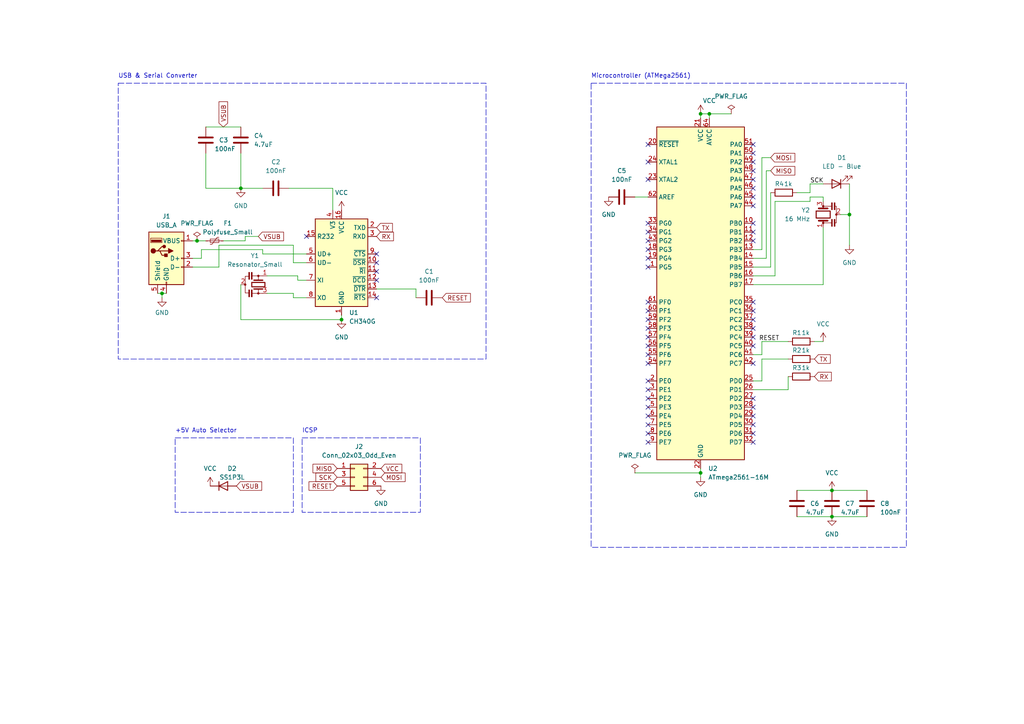
<source format=kicad_sch>
(kicad_sch (version 20230121) (generator eeschema)

  (uuid d6e8c832-5828-40c5-980e-4e1937ef1bb7)

  (paper "A4")

  (title_block
    (title "Atrium Hashr")
    (date "2023-12-31")
    (rev "v1.0")
    (company "Atrium Foundation")
  )

  (lib_symbols
    (symbol "Connector:USB_A" (pin_names (offset 1.016)) (in_bom yes) (on_board yes)
      (property "Reference" "J" (at -5.08 11.43 0)
        (effects (font (size 1.27 1.27)) (justify left))
      )
      (property "Value" "USB_A" (at -5.08 8.89 0)
        (effects (font (size 1.27 1.27)) (justify left))
      )
      (property "Footprint" "" (at 3.81 -1.27 0)
        (effects (font (size 1.27 1.27)) hide)
      )
      (property "Datasheet" " ~" (at 3.81 -1.27 0)
        (effects (font (size 1.27 1.27)) hide)
      )
      (property "ki_keywords" "connector USB" (at 0 0 0)
        (effects (font (size 1.27 1.27)) hide)
      )
      (property "ki_description" "USB Type A connector" (at 0 0 0)
        (effects (font (size 1.27 1.27)) hide)
      )
      (property "ki_fp_filters" "USB*" (at 0 0 0)
        (effects (font (size 1.27 1.27)) hide)
      )
      (symbol "USB_A_0_1"
        (rectangle (start -5.08 -7.62) (end 5.08 7.62)
          (stroke (width 0.254) (type default))
          (fill (type background))
        )
        (circle (center -3.81 2.159) (radius 0.635)
          (stroke (width 0.254) (type default))
          (fill (type outline))
        )
        (rectangle (start -1.524 4.826) (end -4.318 5.334)
          (stroke (width 0) (type default))
          (fill (type outline))
        )
        (rectangle (start -1.27 4.572) (end -4.572 5.842)
          (stroke (width 0) (type default))
          (fill (type none))
        )
        (circle (center -0.635 3.429) (radius 0.381)
          (stroke (width 0.254) (type default))
          (fill (type outline))
        )
        (rectangle (start -0.127 -7.62) (end 0.127 -6.858)
          (stroke (width 0) (type default))
          (fill (type none))
        )
        (polyline
          (pts
            (xy -3.175 2.159)
            (xy -2.54 2.159)
            (xy -1.27 3.429)
            (xy -0.635 3.429)
          )
          (stroke (width 0.254) (type default))
          (fill (type none))
        )
        (polyline
          (pts
            (xy -2.54 2.159)
            (xy -1.905 2.159)
            (xy -1.27 0.889)
            (xy 0 0.889)
          )
          (stroke (width 0.254) (type default))
          (fill (type none))
        )
        (polyline
          (pts
            (xy 0.635 2.794)
            (xy 0.635 1.524)
            (xy 1.905 2.159)
            (xy 0.635 2.794)
          )
          (stroke (width 0.254) (type default))
          (fill (type outline))
        )
        (rectangle (start 0.254 1.27) (end -0.508 0.508)
          (stroke (width 0.254) (type default))
          (fill (type outline))
        )
        (rectangle (start 5.08 -2.667) (end 4.318 -2.413)
          (stroke (width 0) (type default))
          (fill (type none))
        )
        (rectangle (start 5.08 -0.127) (end 4.318 0.127)
          (stroke (width 0) (type default))
          (fill (type none))
        )
        (rectangle (start 5.08 4.953) (end 4.318 5.207)
          (stroke (width 0) (type default))
          (fill (type none))
        )
      )
      (symbol "USB_A_1_1"
        (polyline
          (pts
            (xy -1.905 2.159)
            (xy 0.635 2.159)
          )
          (stroke (width 0.254) (type default))
          (fill (type none))
        )
        (pin power_in line (at 7.62 5.08 180) (length 2.54)
          (name "VBUS" (effects (font (size 1.27 1.27))))
          (number "1" (effects (font (size 1.27 1.27))))
        )
        (pin bidirectional line (at 7.62 -2.54 180) (length 2.54)
          (name "D-" (effects (font (size 1.27 1.27))))
          (number "2" (effects (font (size 1.27 1.27))))
        )
        (pin bidirectional line (at 7.62 0 180) (length 2.54)
          (name "D+" (effects (font (size 1.27 1.27))))
          (number "3" (effects (font (size 1.27 1.27))))
        )
        (pin power_in line (at 0 -10.16 90) (length 2.54)
          (name "GND" (effects (font (size 1.27 1.27))))
          (number "4" (effects (font (size 1.27 1.27))))
        )
        (pin passive line (at -2.54 -10.16 90) (length 2.54)
          (name "Shield" (effects (font (size 1.27 1.27))))
          (number "5" (effects (font (size 1.27 1.27))))
        )
      )
    )
    (symbol "Connector_Generic:Conn_02x03_Odd_Even" (pin_names (offset 1.016) hide) (in_bom yes) (on_board yes)
      (property "Reference" "J" (at 1.27 5.08 0)
        (effects (font (size 1.27 1.27)))
      )
      (property "Value" "Conn_02x03_Odd_Even" (at 1.27 -5.08 0)
        (effects (font (size 1.27 1.27)))
      )
      (property "Footprint" "" (at 0 0 0)
        (effects (font (size 1.27 1.27)) hide)
      )
      (property "Datasheet" "~" (at 0 0 0)
        (effects (font (size 1.27 1.27)) hide)
      )
      (property "ki_keywords" "connector" (at 0 0 0)
        (effects (font (size 1.27 1.27)) hide)
      )
      (property "ki_description" "Generic connector, double row, 02x03, odd/even pin numbering scheme (row 1 odd numbers, row 2 even numbers), script generated (kicad-library-utils/schlib/autogen/connector/)" (at 0 0 0)
        (effects (font (size 1.27 1.27)) hide)
      )
      (property "ki_fp_filters" "Connector*:*_2x??_*" (at 0 0 0)
        (effects (font (size 1.27 1.27)) hide)
      )
      (symbol "Conn_02x03_Odd_Even_1_1"
        (rectangle (start -1.27 -2.413) (end 0 -2.667)
          (stroke (width 0.1524) (type default))
          (fill (type none))
        )
        (rectangle (start -1.27 0.127) (end 0 -0.127)
          (stroke (width 0.1524) (type default))
          (fill (type none))
        )
        (rectangle (start -1.27 2.667) (end 0 2.413)
          (stroke (width 0.1524) (type default))
          (fill (type none))
        )
        (rectangle (start -1.27 3.81) (end 3.81 -3.81)
          (stroke (width 0.254) (type default))
          (fill (type background))
        )
        (rectangle (start 3.81 -2.413) (end 2.54 -2.667)
          (stroke (width 0.1524) (type default))
          (fill (type none))
        )
        (rectangle (start 3.81 0.127) (end 2.54 -0.127)
          (stroke (width 0.1524) (type default))
          (fill (type none))
        )
        (rectangle (start 3.81 2.667) (end 2.54 2.413)
          (stroke (width 0.1524) (type default))
          (fill (type none))
        )
        (pin passive line (at -5.08 2.54 0) (length 3.81)
          (name "Pin_1" (effects (font (size 1.27 1.27))))
          (number "1" (effects (font (size 1.27 1.27))))
        )
        (pin passive line (at 7.62 2.54 180) (length 3.81)
          (name "Pin_2" (effects (font (size 1.27 1.27))))
          (number "2" (effects (font (size 1.27 1.27))))
        )
        (pin passive line (at -5.08 0 0) (length 3.81)
          (name "Pin_3" (effects (font (size 1.27 1.27))))
          (number "3" (effects (font (size 1.27 1.27))))
        )
        (pin passive line (at 7.62 0 180) (length 3.81)
          (name "Pin_4" (effects (font (size 1.27 1.27))))
          (number "4" (effects (font (size 1.27 1.27))))
        )
        (pin passive line (at -5.08 -2.54 0) (length 3.81)
          (name "Pin_5" (effects (font (size 1.27 1.27))))
          (number "5" (effects (font (size 1.27 1.27))))
        )
        (pin passive line (at 7.62 -2.54 180) (length 3.81)
          (name "Pin_6" (effects (font (size 1.27 1.27))))
          (number "6" (effects (font (size 1.27 1.27))))
        )
      )
    )
    (symbol "Device:C" (pin_numbers hide) (pin_names (offset 0.254)) (in_bom yes) (on_board yes)
      (property "Reference" "C" (at 0.635 2.54 0)
        (effects (font (size 1.27 1.27)) (justify left))
      )
      (property "Value" "C" (at 0.635 -2.54 0)
        (effects (font (size 1.27 1.27)) (justify left))
      )
      (property "Footprint" "" (at 0.9652 -3.81 0)
        (effects (font (size 1.27 1.27)) hide)
      )
      (property "Datasheet" "~" (at 0 0 0)
        (effects (font (size 1.27 1.27)) hide)
      )
      (property "ki_keywords" "cap capacitor" (at 0 0 0)
        (effects (font (size 1.27 1.27)) hide)
      )
      (property "ki_description" "Unpolarized capacitor" (at 0 0 0)
        (effects (font (size 1.27 1.27)) hide)
      )
      (property "ki_fp_filters" "C_*" (at 0 0 0)
        (effects (font (size 1.27 1.27)) hide)
      )
      (symbol "C_0_1"
        (polyline
          (pts
            (xy -2.032 -0.762)
            (xy 2.032 -0.762)
          )
          (stroke (width 0.508) (type default))
          (fill (type none))
        )
        (polyline
          (pts
            (xy -2.032 0.762)
            (xy 2.032 0.762)
          )
          (stroke (width 0.508) (type default))
          (fill (type none))
        )
      )
      (symbol "C_1_1"
        (pin passive line (at 0 3.81 270) (length 2.794)
          (name "~" (effects (font (size 1.27 1.27))))
          (number "1" (effects (font (size 1.27 1.27))))
        )
        (pin passive line (at 0 -3.81 90) (length 2.794)
          (name "~" (effects (font (size 1.27 1.27))))
          (number "2" (effects (font (size 1.27 1.27))))
        )
      )
    )
    (symbol "Device:D" (pin_numbers hide) (pin_names (offset 1.016) hide) (in_bom yes) (on_board yes)
      (property "Reference" "D" (at 0 2.54 0)
        (effects (font (size 1.27 1.27)))
      )
      (property "Value" "D" (at 0 -2.54 0)
        (effects (font (size 1.27 1.27)))
      )
      (property "Footprint" "" (at 0 0 0)
        (effects (font (size 1.27 1.27)) hide)
      )
      (property "Datasheet" "~" (at 0 0 0)
        (effects (font (size 1.27 1.27)) hide)
      )
      (property "Sim.Device" "D" (at 0 0 0)
        (effects (font (size 1.27 1.27)) hide)
      )
      (property "Sim.Pins" "1=K 2=A" (at 0 0 0)
        (effects (font (size 1.27 1.27)) hide)
      )
      (property "ki_keywords" "diode" (at 0 0 0)
        (effects (font (size 1.27 1.27)) hide)
      )
      (property "ki_description" "Diode" (at 0 0 0)
        (effects (font (size 1.27 1.27)) hide)
      )
      (property "ki_fp_filters" "TO-???* *_Diode_* *SingleDiode* D_*" (at 0 0 0)
        (effects (font (size 1.27 1.27)) hide)
      )
      (symbol "D_0_1"
        (polyline
          (pts
            (xy -1.27 1.27)
            (xy -1.27 -1.27)
          )
          (stroke (width 0.254) (type default))
          (fill (type none))
        )
        (polyline
          (pts
            (xy 1.27 0)
            (xy -1.27 0)
          )
          (stroke (width 0) (type default))
          (fill (type none))
        )
        (polyline
          (pts
            (xy 1.27 1.27)
            (xy 1.27 -1.27)
            (xy -1.27 0)
            (xy 1.27 1.27)
          )
          (stroke (width 0.254) (type default))
          (fill (type none))
        )
      )
      (symbol "D_1_1"
        (pin passive line (at -3.81 0 0) (length 2.54)
          (name "K" (effects (font (size 1.27 1.27))))
          (number "1" (effects (font (size 1.27 1.27))))
        )
        (pin passive line (at 3.81 0 180) (length 2.54)
          (name "A" (effects (font (size 1.27 1.27))))
          (number "2" (effects (font (size 1.27 1.27))))
        )
      )
    )
    (symbol "Device:LED" (pin_numbers hide) (pin_names (offset 1.016) hide) (in_bom yes) (on_board yes)
      (property "Reference" "D" (at 0 2.54 0)
        (effects (font (size 1.27 1.27)))
      )
      (property "Value" "LED" (at 0 -2.54 0)
        (effects (font (size 1.27 1.27)))
      )
      (property "Footprint" "" (at 0 0 0)
        (effects (font (size 1.27 1.27)) hide)
      )
      (property "Datasheet" "~" (at 0 0 0)
        (effects (font (size 1.27 1.27)) hide)
      )
      (property "ki_keywords" "LED diode" (at 0 0 0)
        (effects (font (size 1.27 1.27)) hide)
      )
      (property "ki_description" "Light emitting diode" (at 0 0 0)
        (effects (font (size 1.27 1.27)) hide)
      )
      (property "ki_fp_filters" "LED* LED_SMD:* LED_THT:*" (at 0 0 0)
        (effects (font (size 1.27 1.27)) hide)
      )
      (symbol "LED_0_1"
        (polyline
          (pts
            (xy -1.27 -1.27)
            (xy -1.27 1.27)
          )
          (stroke (width 0.254) (type default))
          (fill (type none))
        )
        (polyline
          (pts
            (xy -1.27 0)
            (xy 1.27 0)
          )
          (stroke (width 0) (type default))
          (fill (type none))
        )
        (polyline
          (pts
            (xy 1.27 -1.27)
            (xy 1.27 1.27)
            (xy -1.27 0)
            (xy 1.27 -1.27)
          )
          (stroke (width 0.254) (type default))
          (fill (type none))
        )
        (polyline
          (pts
            (xy -3.048 -0.762)
            (xy -4.572 -2.286)
            (xy -3.81 -2.286)
            (xy -4.572 -2.286)
            (xy -4.572 -1.524)
          )
          (stroke (width 0) (type default))
          (fill (type none))
        )
        (polyline
          (pts
            (xy -1.778 -0.762)
            (xy -3.302 -2.286)
            (xy -2.54 -2.286)
            (xy -3.302 -2.286)
            (xy -3.302 -1.524)
          )
          (stroke (width 0) (type default))
          (fill (type none))
        )
      )
      (symbol "LED_1_1"
        (pin passive line (at -3.81 0 0) (length 2.54)
          (name "K" (effects (font (size 1.27 1.27))))
          (number "1" (effects (font (size 1.27 1.27))))
        )
        (pin passive line (at 3.81 0 180) (length 2.54)
          (name "A" (effects (font (size 1.27 1.27))))
          (number "2" (effects (font (size 1.27 1.27))))
        )
      )
    )
    (symbol "Device:Polyfuse_Small" (pin_numbers hide) (pin_names (offset 0)) (in_bom yes) (on_board yes)
      (property "Reference" "F" (at -1.905 0 90)
        (effects (font (size 1.27 1.27)))
      )
      (property "Value" "Polyfuse_Small" (at 1.905 0 90)
        (effects (font (size 1.27 1.27)))
      )
      (property "Footprint" "" (at 1.27 -5.08 0)
        (effects (font (size 1.27 1.27)) (justify left) hide)
      )
      (property "Datasheet" "~" (at 0 0 0)
        (effects (font (size 1.27 1.27)) hide)
      )
      (property "ki_keywords" "resettable fuse PTC PPTC polyfuse polyswitch" (at 0 0 0)
        (effects (font (size 1.27 1.27)) hide)
      )
      (property "ki_description" "Resettable fuse, polymeric positive temperature coefficient, small symbol" (at 0 0 0)
        (effects (font (size 1.27 1.27)) hide)
      )
      (property "ki_fp_filters" "*polyfuse* *PTC*" (at 0 0 0)
        (effects (font (size 1.27 1.27)) hide)
      )
      (symbol "Polyfuse_Small_0_1"
        (rectangle (start -0.508 1.27) (end 0.508 -1.27)
          (stroke (width 0) (type default))
          (fill (type none))
        )
        (polyline
          (pts
            (xy 0 2.54)
            (xy 0 -2.54)
          )
          (stroke (width 0) (type default))
          (fill (type none))
        )
        (polyline
          (pts
            (xy -1.016 1.27)
            (xy -1.016 0.762)
            (xy 1.016 -0.762)
            (xy 1.016 -1.27)
          )
          (stroke (width 0) (type default))
          (fill (type none))
        )
      )
      (symbol "Polyfuse_Small_1_1"
        (pin passive line (at 0 2.54 270) (length 0.635)
          (name "~" (effects (font (size 1.27 1.27))))
          (number "1" (effects (font (size 1.27 1.27))))
        )
        (pin passive line (at 0 -2.54 90) (length 0.635)
          (name "~" (effects (font (size 1.27 1.27))))
          (number "2" (effects (font (size 1.27 1.27))))
        )
      )
    )
    (symbol "Device:R" (pin_numbers hide) (pin_names (offset 0)) (in_bom yes) (on_board yes)
      (property "Reference" "R" (at 2.032 0 90)
        (effects (font (size 1.27 1.27)))
      )
      (property "Value" "R" (at 0 0 90)
        (effects (font (size 1.27 1.27)))
      )
      (property "Footprint" "" (at -1.778 0 90)
        (effects (font (size 1.27 1.27)) hide)
      )
      (property "Datasheet" "~" (at 0 0 0)
        (effects (font (size 1.27 1.27)) hide)
      )
      (property "ki_keywords" "R res resistor" (at 0 0 0)
        (effects (font (size 1.27 1.27)) hide)
      )
      (property "ki_description" "Resistor" (at 0 0 0)
        (effects (font (size 1.27 1.27)) hide)
      )
      (property "ki_fp_filters" "R_*" (at 0 0 0)
        (effects (font (size 1.27 1.27)) hide)
      )
      (symbol "R_0_1"
        (rectangle (start -1.016 -2.54) (end 1.016 2.54)
          (stroke (width 0.254) (type default))
          (fill (type none))
        )
      )
      (symbol "R_1_1"
        (pin passive line (at 0 3.81 270) (length 1.27)
          (name "~" (effects (font (size 1.27 1.27))))
          (number "1" (effects (font (size 1.27 1.27))))
        )
        (pin passive line (at 0 -3.81 90) (length 1.27)
          (name "~" (effects (font (size 1.27 1.27))))
          (number "2" (effects (font (size 1.27 1.27))))
        )
      )
    )
    (symbol "Device:Resonator" (pin_names (offset 1.016) hide) (in_bom yes) (on_board yes)
      (property "Reference" "Y" (at 0 5.715 0)
        (effects (font (size 1.27 1.27)))
      )
      (property "Value" "Resonator" (at 0 3.81 0)
        (effects (font (size 1.27 1.27)))
      )
      (property "Footprint" "" (at -0.635 0 0)
        (effects (font (size 1.27 1.27)) hide)
      )
      (property "Datasheet" "~" (at -0.635 0 0)
        (effects (font (size 1.27 1.27)) hide)
      )
      (property "ki_keywords" "ceramic resonator" (at 0 0 0)
        (effects (font (size 1.27 1.27)) hide)
      )
      (property "ki_description" "Three pin ceramic resonator" (at 0 0 0)
        (effects (font (size 1.27 1.27)) hide)
      )
      (property "ki_fp_filters" "Filter* Resonator*" (at 0 0 0)
        (effects (font (size 1.27 1.27)) hide)
      )
      (symbol "Resonator_0_1"
        (rectangle (start -3.429 -3.175) (end -1.397 -3.429)
          (stroke (width 0) (type default))
          (fill (type outline))
        )
        (rectangle (start -3.429 -2.413) (end -1.397 -2.667)
          (stroke (width 0) (type default))
          (fill (type outline))
        )
        (circle (center -2.413 0) (radius 0.254)
          (stroke (width 0) (type default))
          (fill (type outline))
        )
        (rectangle (start -1.016 2.032) (end 1.016 -2.032)
          (stroke (width 0.3048) (type default))
          (fill (type none))
        )
        (circle (center 0 -3.81) (radius 0.254)
          (stroke (width 0) (type default))
          (fill (type outline))
        )
        (polyline
          (pts
            (xy -2.413 -2.413)
            (xy -2.413 0)
          )
          (stroke (width 0) (type default))
          (fill (type none))
        )
        (polyline
          (pts
            (xy -1.905 0)
            (xy -3.175 0)
          )
          (stroke (width 0) (type default))
          (fill (type none))
        )
        (polyline
          (pts
            (xy -1.778 -1.27)
            (xy -1.778 1.27)
          )
          (stroke (width 0.508) (type default))
          (fill (type none))
        )
        (polyline
          (pts
            (xy 1.778 -1.27)
            (xy 1.778 1.27)
          )
          (stroke (width 0.508) (type default))
          (fill (type none))
        )
        (polyline
          (pts
            (xy 1.905 0)
            (xy 2.54 0)
          )
          (stroke (width 0) (type default))
          (fill (type none))
        )
        (polyline
          (pts
            (xy 2.413 0)
            (xy 2.413 -2.54)
          )
          (stroke (width 0) (type default))
          (fill (type none))
        )
        (polyline
          (pts
            (xy 2.413 -3.302)
            (xy 2.413 -3.81)
            (xy -2.413 -3.81)
            (xy -2.413 -3.302)
          )
          (stroke (width 0) (type default))
          (fill (type none))
        )
        (rectangle (start 1.397 -3.175) (end 3.429 -3.429)
          (stroke (width 0) (type default))
          (fill (type outline))
        )
        (rectangle (start 1.397 -2.413) (end 3.429 -2.667)
          (stroke (width 0) (type default))
          (fill (type outline))
        )
        (circle (center 2.413 0) (radius 0.254)
          (stroke (width 0) (type default))
          (fill (type outline))
        )
      )
      (symbol "Resonator_1_1"
        (pin passive line (at -3.81 0 0) (length 1.27)
          (name "1" (effects (font (size 1.27 1.27))))
          (number "1" (effects (font (size 1.27 1.27))))
        )
        (pin passive line (at 0 -5.08 90) (length 1.27)
          (name "2" (effects (font (size 1.27 1.27))))
          (number "2" (effects (font (size 1.27 1.27))))
        )
        (pin passive line (at 3.81 0 180) (length 1.27)
          (name "3" (effects (font (size 1.27 1.27))))
          (number "3" (effects (font (size 1.27 1.27))))
        )
      )
    )
    (symbol "Device:Resonator_Small" (pin_names (offset 1.016) hide) (in_bom yes) (on_board yes)
      (property "Reference" "Y" (at 3.175 1.905 0)
        (effects (font (size 1.27 1.27)) (justify left))
      )
      (property "Value" "Resonator_Small" (at 3.175 0 0)
        (effects (font (size 1.27 1.27)) (justify left))
      )
      (property "Footprint" "" (at -0.635 0 0)
        (effects (font (size 1.27 1.27)) hide)
      )
      (property "Datasheet" "~" (at -0.635 0 0)
        (effects (font (size 1.27 1.27)) hide)
      )
      (property "ki_keywords" "ceramic resonator" (at 0 0 0)
        (effects (font (size 1.27 1.27)) hide)
      )
      (property "ki_description" "Three pin ceramic resonator, small symbol" (at 0 0 0)
        (effects (font (size 1.27 1.27)) hide)
      )
      (property "ki_fp_filters" "Filter* Resonator*" (at 0 0 0)
        (effects (font (size 1.27 1.27)) hide)
      )
      (symbol "Resonator_Small_0_1"
        (rectangle (start -3.556 -2.54) (end -1.524 -2.794)
          (stroke (width 0) (type default))
          (fill (type outline))
        )
        (rectangle (start -3.556 -1.778) (end -1.524 -2.032)
          (stroke (width 0) (type default))
          (fill (type outline))
        )
        (circle (center -2.54 0) (radius 0.254)
          (stroke (width 0) (type default))
          (fill (type outline))
        )
        (rectangle (start -0.635 1.905) (end 0.635 -1.905)
          (stroke (width 0.3048) (type default))
          (fill (type none))
        )
        (circle (center 0 -3.81) (radius 0.254)
          (stroke (width 0) (type default))
          (fill (type outline))
        )
        (polyline
          (pts
            (xy -2.54 -1.778)
            (xy -2.54 0)
          )
          (stroke (width 0) (type default))
          (fill (type none))
        )
        (polyline
          (pts
            (xy -2.54 0)
            (xy -1.397 0)
          )
          (stroke (width 0) (type default))
          (fill (type none))
        )
        (polyline
          (pts
            (xy -2.54 1.27)
            (xy -2.54 0)
          )
          (stroke (width 0) (type default))
          (fill (type none))
        )
        (polyline
          (pts
            (xy -1.27 -1.27)
            (xy -1.27 1.27)
          )
          (stroke (width 0.381) (type default))
          (fill (type none))
        )
        (polyline
          (pts
            (xy 1.27 -1.27)
            (xy 1.27 1.27)
          )
          (stroke (width 0.381) (type default))
          (fill (type none))
        )
        (polyline
          (pts
            (xy 1.27 0)
            (xy 2.54 0)
          )
          (stroke (width 0) (type default))
          (fill (type none))
        )
        (polyline
          (pts
            (xy 2.54 0)
            (xy 2.54 -1.778)
          )
          (stroke (width 0) (type default))
          (fill (type none))
        )
        (polyline
          (pts
            (xy 2.54 1.27)
            (xy 2.54 0)
          )
          (stroke (width 0) (type default))
          (fill (type none))
        )
        (polyline
          (pts
            (xy 2.413 -2.794)
            (xy 2.413 -3.81)
            (xy -2.413 -3.81)
            (xy -2.413 -2.667)
          )
          (stroke (width 0) (type default))
          (fill (type none))
        )
        (rectangle (start 1.524 -2.54) (end 3.556 -2.794)
          (stroke (width 0) (type default))
          (fill (type outline))
        )
        (rectangle (start 1.524 -1.778) (end 3.556 -2.032)
          (stroke (width 0) (type default))
          (fill (type outline))
        )
        (circle (center 2.54 0) (radius 0.254)
          (stroke (width 0) (type default))
          (fill (type outline))
        )
      )
      (symbol "Resonator_Small_1_1"
        (pin passive line (at -2.54 2.54 270) (length 1.27)
          (name "1" (effects (font (size 1.27 1.27))))
          (number "1" (effects (font (size 1.27 1.27))))
        )
        (pin passive line (at 0 -5.08 90) (length 1.27)
          (name "2" (effects (font (size 1.27 1.27))))
          (number "2" (effects (font (size 1.27 1.27))))
        )
        (pin passive line (at 2.54 2.54 270) (length 1.27)
          (name "3" (effects (font (size 1.27 1.27))))
          (number "3" (effects (font (size 1.27 1.27))))
        )
      )
    )
    (symbol "Interface_USB:CH340G" (in_bom yes) (on_board yes)
      (property "Reference" "U" (at -5.08 13.97 0)
        (effects (font (size 1.27 1.27)) (justify right))
      )
      (property "Value" "CH340G" (at 1.27 13.97 0)
        (effects (font (size 1.27 1.27)) (justify left))
      )
      (property "Footprint" "Package_SO:SOIC-16_3.9x9.9mm_P1.27mm" (at 1.27 -13.97 0)
        (effects (font (size 1.27 1.27)) (justify left) hide)
      )
      (property "Datasheet" "http://www.datasheet5.com/pdf-local-2195953" (at -8.89 20.32 0)
        (effects (font (size 1.27 1.27)) hide)
      )
      (property "ki_keywords" "USB UART Serial Converter Interface" (at 0 0 0)
        (effects (font (size 1.27 1.27)) hide)
      )
      (property "ki_description" "USB serial converter, UART, SOIC-16" (at 0 0 0)
        (effects (font (size 1.27 1.27)) hide)
      )
      (property "ki_fp_filters" "SOIC*3.9x9.9mm*P1.27mm*" (at 0 0 0)
        (effects (font (size 1.27 1.27)) hide)
      )
      (symbol "CH340G_0_1"
        (rectangle (start -7.62 12.7) (end 7.62 -12.7)
          (stroke (width 0.254) (type default))
          (fill (type background))
        )
      )
      (symbol "CH340G_1_1"
        (pin power_in line (at 0 -15.24 90) (length 2.54)
          (name "GND" (effects (font (size 1.27 1.27))))
          (number "1" (effects (font (size 1.27 1.27))))
        )
        (pin input line (at 10.16 0 180) (length 2.54)
          (name "~{DSR}" (effects (font (size 1.27 1.27))))
          (number "10" (effects (font (size 1.27 1.27))))
        )
        (pin input line (at 10.16 -2.54 180) (length 2.54)
          (name "~{RI}" (effects (font (size 1.27 1.27))))
          (number "11" (effects (font (size 1.27 1.27))))
        )
        (pin input line (at 10.16 -5.08 180) (length 2.54)
          (name "~{DCD}" (effects (font (size 1.27 1.27))))
          (number "12" (effects (font (size 1.27 1.27))))
        )
        (pin output line (at 10.16 -7.62 180) (length 2.54)
          (name "~{DTR}" (effects (font (size 1.27 1.27))))
          (number "13" (effects (font (size 1.27 1.27))))
        )
        (pin output line (at 10.16 -10.16 180) (length 2.54)
          (name "~{RTS}" (effects (font (size 1.27 1.27))))
          (number "14" (effects (font (size 1.27 1.27))))
        )
        (pin input line (at -10.16 7.62 0) (length 2.54)
          (name "R232" (effects (font (size 1.27 1.27))))
          (number "15" (effects (font (size 1.27 1.27))))
        )
        (pin power_in line (at 0 15.24 270) (length 2.54)
          (name "VCC" (effects (font (size 1.27 1.27))))
          (number "16" (effects (font (size 1.27 1.27))))
        )
        (pin output line (at 10.16 10.16 180) (length 2.54)
          (name "TXD" (effects (font (size 1.27 1.27))))
          (number "2" (effects (font (size 1.27 1.27))))
        )
        (pin input line (at 10.16 7.62 180) (length 2.54)
          (name "RXD" (effects (font (size 1.27 1.27))))
          (number "3" (effects (font (size 1.27 1.27))))
        )
        (pin passive line (at -2.54 15.24 270) (length 2.54)
          (name "V3" (effects (font (size 1.27 1.27))))
          (number "4" (effects (font (size 1.27 1.27))))
        )
        (pin bidirectional line (at -10.16 2.54 0) (length 2.54)
          (name "UD+" (effects (font (size 1.27 1.27))))
          (number "5" (effects (font (size 1.27 1.27))))
        )
        (pin bidirectional line (at -10.16 0 0) (length 2.54)
          (name "UD-" (effects (font (size 1.27 1.27))))
          (number "6" (effects (font (size 1.27 1.27))))
        )
        (pin input line (at -10.16 -5.08 0) (length 2.54)
          (name "XI" (effects (font (size 1.27 1.27))))
          (number "7" (effects (font (size 1.27 1.27))))
        )
        (pin output line (at -10.16 -10.16 0) (length 2.54)
          (name "XO" (effects (font (size 1.27 1.27))))
          (number "8" (effects (font (size 1.27 1.27))))
        )
        (pin input line (at 10.16 2.54 180) (length 2.54)
          (name "~{CTS}" (effects (font (size 1.27 1.27))))
          (number "9" (effects (font (size 1.27 1.27))))
        )
      )
    )
    (symbol "MCU_Microchip_ATmega:ATmega2561-16M" (in_bom yes) (on_board yes)
      (property "Reference" "U" (at -12.7 49.53 0)
        (effects (font (size 1.27 1.27)) (justify left bottom))
      )
      (property "Value" "ATmega2561-16M" (at 2.54 -49.53 0)
        (effects (font (size 1.27 1.27)) (justify left top))
      )
      (property "Footprint" "Package_DFN_QFN:QFN-64-1EP_9x9mm_P0.5mm_EP7.65x7.65mm" (at 0 0 0)
        (effects (font (size 1.27 1.27) italic) hide)
      )
      (property "Datasheet" "http://ww1.microchip.com/downloads/en/DeviceDoc/Atmel-2549-8-bit-AVR-Microcontroller-ATmega640-1280-1281-2560-2561_datasheet.pdf" (at 0 0 0)
        (effects (font (size 1.27 1.27)) hide)
      )
      (property "ki_keywords" "AVR 8bit Microcontroller MegaAVR" (at 0 0 0)
        (effects (font (size 1.27 1.27)) hide)
      )
      (property "ki_description" "16MHz, 256kB Flash, 8kB SRAM, 4kB EEPROM, JTAG, QFN-64" (at 0 0 0)
        (effects (font (size 1.27 1.27)) hide)
      )
      (property "ki_fp_filters" "QFN*1EP*9x9mm*P0.5mm*" (at 0 0 0)
        (effects (font (size 1.27 1.27)) hide)
      )
      (symbol "ATmega2561-16M_0_1"
        (rectangle (start -12.7 -48.26) (end 12.7 48.26)
          (stroke (width 0.254) (type default))
          (fill (type background))
        )
      )
      (symbol "ATmega2561-16M_1_1"
        (pin bidirectional line (at -15.24 7.62 0) (length 2.54)
          (name "PG5" (effects (font (size 1.27 1.27))))
          (number "1" (effects (font (size 1.27 1.27))))
        )
        (pin bidirectional line (at 15.24 20.32 180) (length 2.54)
          (name "PB0" (effects (font (size 1.27 1.27))))
          (number "10" (effects (font (size 1.27 1.27))))
        )
        (pin bidirectional line (at 15.24 17.78 180) (length 2.54)
          (name "PB1" (effects (font (size 1.27 1.27))))
          (number "11" (effects (font (size 1.27 1.27))))
        )
        (pin bidirectional line (at 15.24 15.24 180) (length 2.54)
          (name "PB2" (effects (font (size 1.27 1.27))))
          (number "12" (effects (font (size 1.27 1.27))))
        )
        (pin bidirectional line (at 15.24 12.7 180) (length 2.54)
          (name "PB3" (effects (font (size 1.27 1.27))))
          (number "13" (effects (font (size 1.27 1.27))))
        )
        (pin bidirectional line (at 15.24 10.16 180) (length 2.54)
          (name "PB4" (effects (font (size 1.27 1.27))))
          (number "14" (effects (font (size 1.27 1.27))))
        )
        (pin bidirectional line (at 15.24 7.62 180) (length 2.54)
          (name "PB5" (effects (font (size 1.27 1.27))))
          (number "15" (effects (font (size 1.27 1.27))))
        )
        (pin bidirectional line (at 15.24 5.08 180) (length 2.54)
          (name "PB6" (effects (font (size 1.27 1.27))))
          (number "16" (effects (font (size 1.27 1.27))))
        )
        (pin bidirectional line (at 15.24 2.54 180) (length 2.54)
          (name "PB7" (effects (font (size 1.27 1.27))))
          (number "17" (effects (font (size 1.27 1.27))))
        )
        (pin bidirectional line (at -15.24 12.7 0) (length 2.54)
          (name "PG3" (effects (font (size 1.27 1.27))))
          (number "18" (effects (font (size 1.27 1.27))))
        )
        (pin bidirectional line (at -15.24 10.16 0) (length 2.54)
          (name "PG4" (effects (font (size 1.27 1.27))))
          (number "19" (effects (font (size 1.27 1.27))))
        )
        (pin bidirectional line (at -15.24 -25.4 0) (length 2.54)
          (name "PE0" (effects (font (size 1.27 1.27))))
          (number "2" (effects (font (size 1.27 1.27))))
        )
        (pin input line (at -15.24 43.18 0) (length 2.54)
          (name "~{RESET}" (effects (font (size 1.27 1.27))))
          (number "20" (effects (font (size 1.27 1.27))))
        )
        (pin power_in line (at 0 50.8 270) (length 2.54)
          (name "VCC" (effects (font (size 1.27 1.27))))
          (number "21" (effects (font (size 1.27 1.27))))
        )
        (pin power_in line (at 0 -50.8 90) (length 2.54)
          (name "GND" (effects (font (size 1.27 1.27))))
          (number "22" (effects (font (size 1.27 1.27))))
        )
        (pin output line (at -15.24 33.02 0) (length 2.54)
          (name "XTAL2" (effects (font (size 1.27 1.27))))
          (number "23" (effects (font (size 1.27 1.27))))
        )
        (pin input line (at -15.24 38.1 0) (length 2.54)
          (name "XTAL1" (effects (font (size 1.27 1.27))))
          (number "24" (effects (font (size 1.27 1.27))))
        )
        (pin bidirectional line (at 15.24 -25.4 180) (length 2.54)
          (name "PD0" (effects (font (size 1.27 1.27))))
          (number "25" (effects (font (size 1.27 1.27))))
        )
        (pin bidirectional line (at 15.24 -27.94 180) (length 2.54)
          (name "PD1" (effects (font (size 1.27 1.27))))
          (number "26" (effects (font (size 1.27 1.27))))
        )
        (pin bidirectional line (at 15.24 -30.48 180) (length 2.54)
          (name "PD2" (effects (font (size 1.27 1.27))))
          (number "27" (effects (font (size 1.27 1.27))))
        )
        (pin bidirectional line (at 15.24 -33.02 180) (length 2.54)
          (name "PD3" (effects (font (size 1.27 1.27))))
          (number "28" (effects (font (size 1.27 1.27))))
        )
        (pin bidirectional line (at 15.24 -35.56 180) (length 2.54)
          (name "PD4" (effects (font (size 1.27 1.27))))
          (number "29" (effects (font (size 1.27 1.27))))
        )
        (pin bidirectional line (at -15.24 -27.94 0) (length 2.54)
          (name "PE1" (effects (font (size 1.27 1.27))))
          (number "3" (effects (font (size 1.27 1.27))))
        )
        (pin bidirectional line (at 15.24 -38.1 180) (length 2.54)
          (name "PD5" (effects (font (size 1.27 1.27))))
          (number "30" (effects (font (size 1.27 1.27))))
        )
        (pin bidirectional line (at 15.24 -40.64 180) (length 2.54)
          (name "PD6" (effects (font (size 1.27 1.27))))
          (number "31" (effects (font (size 1.27 1.27))))
        )
        (pin bidirectional line (at 15.24 -43.18 180) (length 2.54)
          (name "PD7" (effects (font (size 1.27 1.27))))
          (number "32" (effects (font (size 1.27 1.27))))
        )
        (pin bidirectional line (at -15.24 20.32 0) (length 2.54)
          (name "PG0" (effects (font (size 1.27 1.27))))
          (number "33" (effects (font (size 1.27 1.27))))
        )
        (pin bidirectional line (at -15.24 17.78 0) (length 2.54)
          (name "PG1" (effects (font (size 1.27 1.27))))
          (number "34" (effects (font (size 1.27 1.27))))
        )
        (pin bidirectional line (at 15.24 -2.54 180) (length 2.54)
          (name "PC0" (effects (font (size 1.27 1.27))))
          (number "35" (effects (font (size 1.27 1.27))))
        )
        (pin bidirectional line (at 15.24 -5.08 180) (length 2.54)
          (name "PC1" (effects (font (size 1.27 1.27))))
          (number "36" (effects (font (size 1.27 1.27))))
        )
        (pin bidirectional line (at 15.24 -7.62 180) (length 2.54)
          (name "PC2" (effects (font (size 1.27 1.27))))
          (number "37" (effects (font (size 1.27 1.27))))
        )
        (pin bidirectional line (at 15.24 -10.16 180) (length 2.54)
          (name "PC3" (effects (font (size 1.27 1.27))))
          (number "38" (effects (font (size 1.27 1.27))))
        )
        (pin bidirectional line (at 15.24 -12.7 180) (length 2.54)
          (name "PC4" (effects (font (size 1.27 1.27))))
          (number "39" (effects (font (size 1.27 1.27))))
        )
        (pin bidirectional line (at -15.24 -30.48 0) (length 2.54)
          (name "PE2" (effects (font (size 1.27 1.27))))
          (number "4" (effects (font (size 1.27 1.27))))
        )
        (pin bidirectional line (at 15.24 -15.24 180) (length 2.54)
          (name "PC5" (effects (font (size 1.27 1.27))))
          (number "40" (effects (font (size 1.27 1.27))))
        )
        (pin bidirectional line (at 15.24 -17.78 180) (length 2.54)
          (name "PC6" (effects (font (size 1.27 1.27))))
          (number "41" (effects (font (size 1.27 1.27))))
        )
        (pin bidirectional line (at 15.24 -20.32 180) (length 2.54)
          (name "PC7" (effects (font (size 1.27 1.27))))
          (number "42" (effects (font (size 1.27 1.27))))
        )
        (pin bidirectional line (at -15.24 15.24 0) (length 2.54)
          (name "PG2" (effects (font (size 1.27 1.27))))
          (number "43" (effects (font (size 1.27 1.27))))
        )
        (pin bidirectional line (at 15.24 25.4 180) (length 2.54)
          (name "PA7" (effects (font (size 1.27 1.27))))
          (number "44" (effects (font (size 1.27 1.27))))
        )
        (pin bidirectional line (at 15.24 27.94 180) (length 2.54)
          (name "PA6" (effects (font (size 1.27 1.27))))
          (number "45" (effects (font (size 1.27 1.27))))
        )
        (pin bidirectional line (at 15.24 30.48 180) (length 2.54)
          (name "PA5" (effects (font (size 1.27 1.27))))
          (number "46" (effects (font (size 1.27 1.27))))
        )
        (pin bidirectional line (at 15.24 33.02 180) (length 2.54)
          (name "PA4" (effects (font (size 1.27 1.27))))
          (number "47" (effects (font (size 1.27 1.27))))
        )
        (pin bidirectional line (at 15.24 35.56 180) (length 2.54)
          (name "PA3" (effects (font (size 1.27 1.27))))
          (number "48" (effects (font (size 1.27 1.27))))
        )
        (pin bidirectional line (at 15.24 38.1 180) (length 2.54)
          (name "PA2" (effects (font (size 1.27 1.27))))
          (number "49" (effects (font (size 1.27 1.27))))
        )
        (pin bidirectional line (at -15.24 -33.02 0) (length 2.54)
          (name "PE3" (effects (font (size 1.27 1.27))))
          (number "5" (effects (font (size 1.27 1.27))))
        )
        (pin bidirectional line (at 15.24 40.64 180) (length 2.54)
          (name "PA1" (effects (font (size 1.27 1.27))))
          (number "50" (effects (font (size 1.27 1.27))))
        )
        (pin bidirectional line (at 15.24 43.18 180) (length 2.54)
          (name "PA0" (effects (font (size 1.27 1.27))))
          (number "51" (effects (font (size 1.27 1.27))))
        )
        (pin passive line (at 0 50.8 270) (length 2.54) hide
          (name "VCC" (effects (font (size 1.27 1.27))))
          (number "52" (effects (font (size 1.27 1.27))))
        )
        (pin passive line (at 0 -50.8 90) (length 2.54) hide
          (name "GND" (effects (font (size 1.27 1.27))))
          (number "53" (effects (font (size 1.27 1.27))))
        )
        (pin bidirectional line (at -15.24 -20.32 0) (length 2.54)
          (name "PF7" (effects (font (size 1.27 1.27))))
          (number "54" (effects (font (size 1.27 1.27))))
        )
        (pin bidirectional line (at -15.24 -17.78 0) (length 2.54)
          (name "PF6" (effects (font (size 1.27 1.27))))
          (number "55" (effects (font (size 1.27 1.27))))
        )
        (pin bidirectional line (at -15.24 -15.24 0) (length 2.54)
          (name "PF5" (effects (font (size 1.27 1.27))))
          (number "56" (effects (font (size 1.27 1.27))))
        )
        (pin bidirectional line (at -15.24 -12.7 0) (length 2.54)
          (name "PF4" (effects (font (size 1.27 1.27))))
          (number "57" (effects (font (size 1.27 1.27))))
        )
        (pin bidirectional line (at -15.24 -10.16 0) (length 2.54)
          (name "PF3" (effects (font (size 1.27 1.27))))
          (number "58" (effects (font (size 1.27 1.27))))
        )
        (pin bidirectional line (at -15.24 -7.62 0) (length 2.54)
          (name "PF2" (effects (font (size 1.27 1.27))))
          (number "59" (effects (font (size 1.27 1.27))))
        )
        (pin bidirectional line (at -15.24 -35.56 0) (length 2.54)
          (name "PE4" (effects (font (size 1.27 1.27))))
          (number "6" (effects (font (size 1.27 1.27))))
        )
        (pin bidirectional line (at -15.24 -5.08 0) (length 2.54)
          (name "PF1" (effects (font (size 1.27 1.27))))
          (number "60" (effects (font (size 1.27 1.27))))
        )
        (pin bidirectional line (at -15.24 -2.54 0) (length 2.54)
          (name "PF0" (effects (font (size 1.27 1.27))))
          (number "61" (effects (font (size 1.27 1.27))))
        )
        (pin passive line (at -15.24 27.94 0) (length 2.54)
          (name "AREF" (effects (font (size 1.27 1.27))))
          (number "62" (effects (font (size 1.27 1.27))))
        )
        (pin passive line (at 0 -50.8 90) (length 2.54) hide
          (name "GND" (effects (font (size 1.27 1.27))))
          (number "63" (effects (font (size 1.27 1.27))))
        )
        (pin power_in line (at 2.54 50.8 270) (length 2.54)
          (name "AVCC" (effects (font (size 1.27 1.27))))
          (number "64" (effects (font (size 1.27 1.27))))
        )
        (pin passive line (at 0 -50.8 90) (length 2.54) hide
          (name "GND" (effects (font (size 1.27 1.27))))
          (number "65" (effects (font (size 1.27 1.27))))
        )
        (pin bidirectional line (at -15.24 -38.1 0) (length 2.54)
          (name "PE5" (effects (font (size 1.27 1.27))))
          (number "7" (effects (font (size 1.27 1.27))))
        )
        (pin bidirectional line (at -15.24 -40.64 0) (length 2.54)
          (name "PE6" (effects (font (size 1.27 1.27))))
          (number "8" (effects (font (size 1.27 1.27))))
        )
        (pin bidirectional line (at -15.24 -43.18 0) (length 2.54)
          (name "PE7" (effects (font (size 1.27 1.27))))
          (number "9" (effects (font (size 1.27 1.27))))
        )
      )
    )
    (symbol "power:GND" (power) (pin_names (offset 0)) (in_bom yes) (on_board yes)
      (property "Reference" "#PWR" (at 0 -6.35 0)
        (effects (font (size 1.27 1.27)) hide)
      )
      (property "Value" "GND" (at 0 -3.81 0)
        (effects (font (size 1.27 1.27)))
      )
      (property "Footprint" "" (at 0 0 0)
        (effects (font (size 1.27 1.27)) hide)
      )
      (property "Datasheet" "" (at 0 0 0)
        (effects (font (size 1.27 1.27)) hide)
      )
      (property "ki_keywords" "global power" (at 0 0 0)
        (effects (font (size 1.27 1.27)) hide)
      )
      (property "ki_description" "Power symbol creates a global label with name \"GND\" , ground" (at 0 0 0)
        (effects (font (size 1.27 1.27)) hide)
      )
      (symbol "GND_0_1"
        (polyline
          (pts
            (xy 0 0)
            (xy 0 -1.27)
            (xy 1.27 -1.27)
            (xy 0 -2.54)
            (xy -1.27 -1.27)
            (xy 0 -1.27)
          )
          (stroke (width 0) (type default))
          (fill (type none))
        )
      )
      (symbol "GND_1_1"
        (pin power_in line (at 0 0 270) (length 0) hide
          (name "GND" (effects (font (size 1.27 1.27))))
          (number "1" (effects (font (size 1.27 1.27))))
        )
      )
    )
    (symbol "power:PWR_FLAG" (power) (pin_numbers hide) (pin_names (offset 0) hide) (in_bom yes) (on_board yes)
      (property "Reference" "#FLG" (at 0 1.905 0)
        (effects (font (size 1.27 1.27)) hide)
      )
      (property "Value" "PWR_FLAG" (at 0 3.81 0)
        (effects (font (size 1.27 1.27)))
      )
      (property "Footprint" "" (at 0 0 0)
        (effects (font (size 1.27 1.27)) hide)
      )
      (property "Datasheet" "~" (at 0 0 0)
        (effects (font (size 1.27 1.27)) hide)
      )
      (property "ki_keywords" "flag power" (at 0 0 0)
        (effects (font (size 1.27 1.27)) hide)
      )
      (property "ki_description" "Special symbol for telling ERC where power comes from" (at 0 0 0)
        (effects (font (size 1.27 1.27)) hide)
      )
      (symbol "PWR_FLAG_0_0"
        (pin power_out line (at 0 0 90) (length 0)
          (name "pwr" (effects (font (size 1.27 1.27))))
          (number "1" (effects (font (size 1.27 1.27))))
        )
      )
      (symbol "PWR_FLAG_0_1"
        (polyline
          (pts
            (xy 0 0)
            (xy 0 1.27)
            (xy -1.016 1.905)
            (xy 0 2.54)
            (xy 1.016 1.905)
            (xy 0 1.27)
          )
          (stroke (width 0) (type default))
          (fill (type none))
        )
      )
    )
    (symbol "power:VCC" (power) (pin_names (offset 0)) (in_bom yes) (on_board yes)
      (property "Reference" "#PWR" (at 0 -3.81 0)
        (effects (font (size 1.27 1.27)) hide)
      )
      (property "Value" "VCC" (at 0 3.81 0)
        (effects (font (size 1.27 1.27)))
      )
      (property "Footprint" "" (at 0 0 0)
        (effects (font (size 1.27 1.27)) hide)
      )
      (property "Datasheet" "" (at 0 0 0)
        (effects (font (size 1.27 1.27)) hide)
      )
      (property "ki_keywords" "global power" (at 0 0 0)
        (effects (font (size 1.27 1.27)) hide)
      )
      (property "ki_description" "Power symbol creates a global label with name \"VCC\"" (at 0 0 0)
        (effects (font (size 1.27 1.27)) hide)
      )
      (symbol "VCC_0_1"
        (polyline
          (pts
            (xy -0.762 1.27)
            (xy 0 2.54)
          )
          (stroke (width 0) (type default))
          (fill (type none))
        )
        (polyline
          (pts
            (xy 0 0)
            (xy 0 2.54)
          )
          (stroke (width 0) (type default))
          (fill (type none))
        )
        (polyline
          (pts
            (xy 0 2.54)
            (xy 0.762 1.27)
          )
          (stroke (width 0) (type default))
          (fill (type none))
        )
      )
      (symbol "VCC_1_1"
        (pin power_in line (at 0 0 90) (length 0) hide
          (name "VCC" (effects (font (size 1.27 1.27))))
          (number "1" (effects (font (size 1.27 1.27))))
        )
      )
    )
  )

  (junction (at 205.74 33.02) (diameter 0) (color 0 0 0 0)
    (uuid 218f3f64-31cf-4945-80c8-3ddf6121b886)
  )
  (junction (at 241.3 142.24) (diameter 0) (color 0 0 0 0)
    (uuid 2924805c-29f7-4535-abac-8d4dea2c0fc8)
  )
  (junction (at 99.06 92.71) (diameter 0) (color 0 0 0 0)
    (uuid 323d2d29-8b63-416b-a035-ab9b608981de)
  )
  (junction (at 57.15 69.85) (diameter 0) (color 0 0 0 0)
    (uuid 58f92fff-860f-454d-bb99-54e24ed95de8)
  )
  (junction (at 69.85 54.61) (diameter 0) (color 0 0 0 0)
    (uuid 5be1e68b-2ade-437e-88ba-204ca599f904)
  )
  (junction (at 46.99 85.09) (diameter 0) (color 0 0 0 0)
    (uuid 868927ca-937d-411e-8bcc-4a4d59979e3c)
  )
  (junction (at 203.2 137.16) (diameter 0) (color 0 0 0 0)
    (uuid 8c4694e3-b0fa-47f7-adfa-108b22534742)
  )
  (junction (at 241.3 149.86) (diameter 0) (color 0 0 0 0)
    (uuid 8dba93e4-9ca1-4c62-8539-a97f154254ba)
  )
  (junction (at 203.2 33.02) (diameter 0) (color 0 0 0 0)
    (uuid 902e345f-b981-467f-a44b-382dc3b7fa19)
  )
  (junction (at 246.38 62.23) (diameter 0) (color 0 0 0 0)
    (uuid bfe2793c-4e45-4d35-99c8-fb77c65c4a6d)
  )

  (no_connect (at 187.96 90.17) (uuid 007ca34d-5880-4c6a-b4b8-061fb75a94fd))
  (no_connect (at 109.22 73.66) (uuid 018b556d-f9c5-410c-a0de-1725439bfcc4))
  (no_connect (at 218.44 95.25) (uuid 065e5ba2-b6a8-4bec-a499-5fd3198c0108))
  (no_connect (at 187.96 118.11) (uuid 11a2ae30-1d2e-4865-b212-3341ae8e8dc0))
  (no_connect (at 109.22 86.36) (uuid 13bcebda-2733-41a0-a124-8ad1973e67e4))
  (no_connect (at 187.96 113.03) (uuid 17f3e4f0-38ad-43d3-9de4-66db9ab11d2d))
  (no_connect (at 218.44 59.69) (uuid 1cbf90b0-2ffe-41df-8724-85e10ac373d9))
  (no_connect (at 187.96 100.33) (uuid 1d15ef27-3ee4-4403-898f-fe095425865d))
  (no_connect (at 187.96 64.77) (uuid 2348f7d9-f318-4dad-8db7-e0cd8de6b2af))
  (no_connect (at 218.44 49.53) (uuid 24155002-ff7d-4768-9738-01d95a53c9b1))
  (no_connect (at 218.44 105.41) (uuid 2dafe146-6ca6-40ee-9b62-bcc42de6c6ed))
  (no_connect (at 109.22 76.2) (uuid 2f742a94-0157-408f-900b-dd0d25f7f72e))
  (no_connect (at 218.44 100.33) (uuid 345ea265-fc65-4bf1-adb9-00af10ed6f5d))
  (no_connect (at 218.44 54.61) (uuid 403bdf5d-7ece-46db-94f7-a3b880bd813a))
  (no_connect (at 109.22 78.74) (uuid 412822bb-5cdd-4396-b3a2-3a1dfb095894))
  (no_connect (at 218.44 118.11) (uuid 44e7f658-9865-4861-9d86-f42b4f84f2ea))
  (no_connect (at 218.44 41.91) (uuid 4582657f-9b5b-4590-b5ee-dc49c527544e))
  (no_connect (at 187.96 120.65) (uuid 4591d5b8-b447-4d93-aebe-bdc6a5b9ca4a))
  (no_connect (at 187.96 46.99) (uuid 45b9c6ec-a329-4014-9309-618eec88b20c))
  (no_connect (at 218.44 120.65) (uuid 4c243f1e-102a-47f4-beb0-944268e5eb08))
  (no_connect (at 218.44 87.63) (uuid 547b9cc2-a674-4247-948c-341944072fce))
  (no_connect (at 218.44 64.77) (uuid 64de56b5-2002-4513-bb62-4ee3f08ffd5e))
  (no_connect (at 109.22 81.28) (uuid 652fcb8b-bcab-4983-914b-ec4a2e7a0094))
  (no_connect (at 218.44 90.17) (uuid 6564f711-3ccd-4131-91b0-8bd98dd0409a))
  (no_connect (at 187.96 123.19) (uuid 69a6debf-320e-4225-94af-4b7cd3199c51))
  (no_connect (at 218.44 92.71) (uuid 6be29ec0-53d2-4187-8fff-07fbe2cb2a2d))
  (no_connect (at 187.96 128.27) (uuid 6fb31d6b-5954-4c4c-bd53-a5bf86aa20ca))
  (no_connect (at 187.96 41.91) (uuid 7774d2af-33ec-475e-8baa-f5d0a6dbb40e))
  (no_connect (at 187.96 67.31) (uuid 78c8570f-f5d3-486d-95dc-f53e81c2a2ee))
  (no_connect (at 218.44 128.27) (uuid 8a17e608-bde4-42c1-9468-06be84c00727))
  (no_connect (at 218.44 52.07) (uuid 8ba6b9f6-9d4f-48b0-84c5-cc730927763a))
  (no_connect (at 187.96 115.57) (uuid 8fd4254e-836b-43fd-b7b8-2e5ec10e02bb))
  (no_connect (at 218.44 123.19) (uuid 99768382-2781-474a-b2c5-da338ee69c6b))
  (no_connect (at 218.44 97.79) (uuid a3a81368-8fb6-49ed-a8f7-5fe83360dc60))
  (no_connect (at 187.96 92.71) (uuid a6730fad-2f7a-4d0b-ae9d-1585ebe3a0e1))
  (no_connect (at 218.44 125.73) (uuid a913a06b-8c74-4036-a949-738d21f63e9c))
  (no_connect (at 187.96 95.25) (uuid af8144a3-2932-453a-b269-2caf4b95da98))
  (no_connect (at 187.96 72.39) (uuid b1446802-272d-4a9d-a30a-e43483e8df8a))
  (no_connect (at 218.44 115.57) (uuid b4e4e8f9-b46e-4093-bb09-6f51de81e4eb))
  (no_connect (at 187.96 125.73) (uuid b7eee263-c8c1-42ad-bdad-778bd7d8b992))
  (no_connect (at 187.96 97.79) (uuid b98ef537-8ef6-424a-bf10-fa88bc744f9a))
  (no_connect (at 187.96 110.49) (uuid caf39fcb-3be7-4635-9181-8f5fc6668fd1))
  (no_connect (at 218.44 46.99) (uuid d2bbbac8-59ea-4f6c-aeba-776d74644ee1))
  (no_connect (at 187.96 102.87) (uuid d304af3c-60de-4f97-9c18-eeb4981b971b))
  (no_connect (at 187.96 69.85) (uuid d48d6b64-2bee-4fff-a594-97aa8f02e8c6))
  (no_connect (at 187.96 77.47) (uuid d5ed73ac-7122-4d1e-93b3-10fe00b3a99e))
  (no_connect (at 218.44 67.31) (uuid d75fe83d-8f2d-4de7-a762-89ef7d2192ba))
  (no_connect (at 187.96 87.63) (uuid d9935c55-2d01-48ad-9ed2-02bf8c709cfc))
  (no_connect (at 218.44 44.45) (uuid e2cd5168-b3e9-45ce-b085-646234c57673))
  (no_connect (at 218.44 57.15) (uuid ea4f17a2-e029-4731-b514-44e5ec3fe6a9))
  (no_connect (at 88.9 68.58) (uuid eae25d93-c576-4470-a1b7-ec286673d706))
  (no_connect (at 218.44 69.85) (uuid f072fefc-19bb-4086-a483-499293b5278c))
  (no_connect (at 187.96 105.41) (uuid f34ec7e2-4fbc-486d-a3bc-8cbab1b34317))
  (no_connect (at 187.96 74.93) (uuid f43f0d03-bfb5-463d-b1ad-bbf7aee3d9aa))
  (no_connect (at 187.96 52.07) (uuid fe3ed6ce-452d-40e0-a616-467a9ea359ee))

  (wire (pts (xy 85.09 71.12) (xy 85.09 76.2))
    (stroke (width 0) (type default))
    (uuid 01de4ea3-7b06-4336-8934-821ba265651e)
  )
  (wire (pts (xy 203.2 33.02) (xy 205.74 33.02))
    (stroke (width 0) (type default))
    (uuid 0ded5b0c-a32c-47c7-a82e-b25f2a0e5a9a)
  )
  (wire (pts (xy 224.79 80.01) (xy 224.79 58.42))
    (stroke (width 0) (type default))
    (uuid 19330599-bf52-4d12-beb2-07c942b3cf2c)
  )
  (wire (pts (xy 234.95 55.88) (xy 231.14 55.88))
    (stroke (width 0) (type default))
    (uuid 1bf8945b-5e0e-481a-8d24-d9e25b62c3c0)
  )
  (wire (pts (xy 59.69 69.85) (xy 57.15 69.85))
    (stroke (width 0) (type default))
    (uuid 1c8bc162-3c35-41ef-ace0-3d63c95e34d1)
  )
  (wire (pts (xy 71.12 69.85) (xy 64.77 69.85))
    (stroke (width 0) (type default))
    (uuid 21e287fd-03b8-4506-8206-0c4dd006ef4c)
  )
  (wire (pts (xy 223.52 77.47) (xy 223.52 55.88))
    (stroke (width 0) (type default))
    (uuid 226a5005-20c4-4590-9164-dd1e70204cb0)
  )
  (wire (pts (xy 203.2 138.43) (xy 203.2 137.16))
    (stroke (width 0) (type default))
    (uuid 243b9c12-4b54-420d-9c73-0a2f88ad95ac)
  )
  (wire (pts (xy 86.36 80.01) (xy 77.47 80.01))
    (stroke (width 0) (type default))
    (uuid 2b9fcdb6-71cf-410e-ac1c-cbb13c5f3d5e)
  )
  (wire (pts (xy 222.25 74.93) (xy 222.25 49.53))
    (stroke (width 0) (type default))
    (uuid 2c29fb1e-fa31-4ec1-ba0d-4b999bb69e77)
  )
  (wire (pts (xy 59.69 54.61) (xy 69.85 54.61))
    (stroke (width 0) (type default))
    (uuid 314c5458-6109-4a5e-8507-a09d72092ed0)
  )
  (wire (pts (xy 231.14 142.24) (xy 241.3 142.24))
    (stroke (width 0) (type default))
    (uuid 32e98378-7622-44f6-a89e-d5cb61b84d53)
  )
  (wire (pts (xy 46.99 85.09) (xy 48.26 85.09))
    (stroke (width 0) (type default))
    (uuid 367e4cbe-1589-4a60-aa9e-555fcc418c3e)
  )
  (wire (pts (xy 69.85 54.61) (xy 76.2 54.61))
    (stroke (width 0) (type default))
    (uuid 371024a5-ac0a-4bcd-98fc-a574574e42fb)
  )
  (wire (pts (xy 85.09 86.36) (xy 88.9 86.36))
    (stroke (width 0) (type default))
    (uuid 394f7f51-865d-48e3-ad31-f0079b029f7d)
  )
  (wire (pts (xy 203.2 137.16) (xy 203.2 135.89))
    (stroke (width 0) (type default))
    (uuid 39fe087b-2277-42f0-b85d-ff78ec9e3ca2)
  )
  (wire (pts (xy 184.15 137.16) (xy 203.2 137.16))
    (stroke (width 0) (type default))
    (uuid 3c0bd47d-13bc-4ad0-a7d7-7a52ab914124)
  )
  (wire (pts (xy 69.85 92.71) (xy 99.06 92.71))
    (stroke (width 0) (type default))
    (uuid 402615df-0e12-4e9c-a7d6-33dede994b66)
  )
  (wire (pts (xy 228.6 113.03) (xy 228.6 109.22))
    (stroke (width 0) (type default))
    (uuid 40638cc8-42c6-43f9-ab1a-35b915b54ebf)
  )
  (wire (pts (xy 69.85 44.45) (xy 69.85 54.61))
    (stroke (width 0) (type default))
    (uuid 45282ac8-039b-4beb-9391-de94f44d0b35)
  )
  (wire (pts (xy 99.06 91.44) (xy 99.06 92.71))
    (stroke (width 0) (type default))
    (uuid 457838ea-c197-4f2d-b4a4-05edd276e3c7)
  )
  (wire (pts (xy 96.52 60.96) (xy 96.52 54.61))
    (stroke (width 0) (type default))
    (uuid 48dab274-9719-4084-bac3-eec596c2ed0d)
  )
  (wire (pts (xy 243.84 62.23) (xy 246.38 62.23))
    (stroke (width 0) (type default))
    (uuid 4ef0b350-f9a4-488b-9b9f-7218390783fb)
  )
  (wire (pts (xy 218.44 113.03) (xy 228.6 113.03))
    (stroke (width 0) (type default))
    (uuid 506ebbae-74c6-49c6-b3db-23524cd25e1c)
  )
  (wire (pts (xy 222.25 49.53) (xy 223.52 49.53))
    (stroke (width 0) (type default))
    (uuid 590fd19e-ddba-4036-8540-031a62ccae3a)
  )
  (wire (pts (xy 220.98 102.87) (xy 218.44 102.87))
    (stroke (width 0) (type default))
    (uuid 61b7501f-b595-4eff-b192-f42f1094f08f)
  )
  (wire (pts (xy 238.76 53.34) (xy 234.95 53.34))
    (stroke (width 0) (type default))
    (uuid 6387e03b-2239-4c41-92b1-e9666ae0a6a2)
  )
  (wire (pts (xy 205.74 33.02) (xy 205.74 34.29))
    (stroke (width 0) (type default))
    (uuid 65bdec4b-e20f-4dc5-892f-5e62b9f745ea)
  )
  (wire (pts (xy 63.5 71.12) (xy 63.5 77.47))
    (stroke (width 0) (type default))
    (uuid 667d4a79-94fd-45d2-becc-b8224e211ed4)
  )
  (wire (pts (xy 57.15 69.85) (xy 55.88 69.85))
    (stroke (width 0) (type default))
    (uuid 67402499-a111-4c39-9ef2-438090c8a097)
  )
  (wire (pts (xy 88.9 73.66) (xy 76.2 73.66))
    (stroke (width 0) (type default))
    (uuid 68195f17-1d1f-434a-ba65-fb0579ab55bd)
  )
  (wire (pts (xy 218.44 74.93) (xy 222.25 74.93))
    (stroke (width 0) (type default))
    (uuid 6a075466-ce75-48fc-8883-607a5d5407bb)
  )
  (wire (pts (xy 96.52 54.61) (xy 83.82 54.61))
    (stroke (width 0) (type default))
    (uuid 6fad2a69-8532-434a-8aee-533ca8b017b6)
  )
  (wire (pts (xy 218.44 80.01) (xy 224.79 80.01))
    (stroke (width 0) (type default))
    (uuid 72bc1757-b3c9-4b62-a6c4-ab29afe3ef1c)
  )
  (wire (pts (xy 224.79 58.42) (xy 234.95 58.42))
    (stroke (width 0) (type default))
    (uuid 79c67bfb-e845-4fd2-9afc-05de9baeee14)
  )
  (wire (pts (xy 220.98 104.14) (xy 220.98 110.49))
    (stroke (width 0) (type default))
    (uuid 7afd2ba9-bd1d-4d9e-bfe7-b1449cbfc9d2)
  )
  (wire (pts (xy 241.3 142.24) (xy 251.46 142.24))
    (stroke (width 0) (type default))
    (uuid 7df40087-fe21-4344-bf95-d7008b0f50cd)
  )
  (wire (pts (xy 241.3 149.86) (xy 251.46 149.86))
    (stroke (width 0) (type default))
    (uuid 805626f9-0c99-4434-9556-619cf944b42e)
  )
  (wire (pts (xy 86.36 81.28) (xy 88.9 81.28))
    (stroke (width 0) (type default))
    (uuid 82a327c6-7987-4f51-80c4-ee4a3aaf4e8d)
  )
  (wire (pts (xy 71.12 68.58) (xy 71.12 69.85))
    (stroke (width 0) (type default))
    (uuid 8422efc0-7938-42b6-a8f4-249d9a98c389)
  )
  (wire (pts (xy 85.09 85.09) (xy 77.47 85.09))
    (stroke (width 0) (type default))
    (uuid 86c67c83-8e60-41a4-b01b-a9e8865516de)
  )
  (wire (pts (xy 236.22 99.06) (xy 238.76 99.06))
    (stroke (width 0) (type default))
    (uuid 8e469ab8-a3ed-44ed-bdbc-c3a2b4c2eacd)
  )
  (wire (pts (xy 238.76 82.55) (xy 238.76 66.04))
    (stroke (width 0) (type default))
    (uuid 95c3c62d-9690-42a4-92ef-7f987fb79236)
  )
  (wire (pts (xy 234.95 58.42) (xy 234.95 57.15))
    (stroke (width 0) (type default))
    (uuid 972637e9-fd41-4d3f-88a6-131104870466)
  )
  (wire (pts (xy 46.99 85.09) (xy 46.99 86.36))
    (stroke (width 0) (type default))
    (uuid 990a8bac-90f6-4820-9a9c-6fe24ac9b92c)
  )
  (wire (pts (xy 246.38 62.23) (xy 246.38 53.34))
    (stroke (width 0) (type default))
    (uuid 9dea6d70-286e-4b87-88ef-8153c20f0856)
  )
  (wire (pts (xy 234.95 53.34) (xy 234.95 55.88))
    (stroke (width 0) (type default))
    (uuid 9f51ba17-61d8-4cf1-83a6-4844e2fdde67)
  )
  (wire (pts (xy 246.38 71.12) (xy 246.38 62.23))
    (stroke (width 0) (type default))
    (uuid a1188ad9-4944-45d9-b22e-d853194c63fb)
  )
  (wire (pts (xy 109.22 83.82) (xy 120.65 83.82))
    (stroke (width 0) (type default))
    (uuid a6c47f96-2151-422f-8d51-6c1e380922cd)
  )
  (wire (pts (xy 218.44 72.39) (xy 220.98 72.39))
    (stroke (width 0) (type default))
    (uuid b741645c-6664-4b57-bd29-1714dc1ce9a1)
  )
  (wire (pts (xy 184.15 57.15) (xy 187.96 57.15))
    (stroke (width 0) (type default))
    (uuid b810b229-345b-4493-9b88-55bf73d6c8e8)
  )
  (wire (pts (xy 203.2 33.02) (xy 203.2 34.29))
    (stroke (width 0) (type default))
    (uuid b91ffde2-bf67-42a9-bfc1-d0eaf6ca2155)
  )
  (wire (pts (xy 220.98 99.06) (xy 220.98 102.87))
    (stroke (width 0) (type default))
    (uuid b93b185a-a3c0-4998-9532-c3004fa1cf5c)
  )
  (wire (pts (xy 85.09 76.2) (xy 88.9 76.2))
    (stroke (width 0) (type default))
    (uuid bda619c3-d4bd-4f7e-943c-95b84e756a33)
  )
  (wire (pts (xy 45.72 85.09) (xy 46.99 85.09))
    (stroke (width 0) (type default))
    (uuid bf33e49a-4e16-4868-b25f-b9710bf75d73)
  )
  (wire (pts (xy 59.69 44.45) (xy 59.69 54.61))
    (stroke (width 0) (type default))
    (uuid c0e60a53-f595-4468-953d-62e1f719a806)
  )
  (wire (pts (xy 76.2 72.39) (xy 76.2 73.66))
    (stroke (width 0) (type default))
    (uuid c25f1969-934e-4850-892b-dc674aed3daa)
  )
  (wire (pts (xy 238.76 57.15) (xy 238.76 58.42))
    (stroke (width 0) (type default))
    (uuid c27dcb17-abc1-4a71-babe-b06f06e9bd24)
  )
  (wire (pts (xy 220.98 72.39) (xy 220.98 45.72))
    (stroke (width 0) (type default))
    (uuid c6ead813-4de5-497f-b585-56fe778327f5)
  )
  (wire (pts (xy 74.93 68.58) (xy 71.12 68.58))
    (stroke (width 0) (type default))
    (uuid cb9b6673-01b5-40a2-bf17-9efdbfa73271)
  )
  (wire (pts (xy 228.6 99.06) (xy 220.98 99.06))
    (stroke (width 0) (type default))
    (uuid ccb08a4e-6f5b-4ec4-b961-e5af17ab5ff9)
  )
  (wire (pts (xy 86.36 81.28) (xy 86.36 80.01))
    (stroke (width 0) (type default))
    (uuid ce040e26-7684-4932-9e9e-ab38601f5357)
  )
  (wire (pts (xy 55.88 74.93) (xy 58.42 74.93))
    (stroke (width 0) (type default))
    (uuid cf78415c-d7a0-46c2-94e4-2cec3bd2ead9)
  )
  (wire (pts (xy 59.69 36.83) (xy 69.85 36.83))
    (stroke (width 0) (type default))
    (uuid cfd29694-fd12-46fe-bf8a-eb6690b143d2)
  )
  (wire (pts (xy 63.5 71.12) (xy 85.09 71.12))
    (stroke (width 0) (type default))
    (uuid d05d6a9a-6821-454e-a698-8a55ca8f6489)
  )
  (wire (pts (xy 220.98 110.49) (xy 218.44 110.49))
    (stroke (width 0) (type default))
    (uuid d0f1dbaa-e398-4e97-8c9b-2e8fe25620fe)
  )
  (wire (pts (xy 120.65 83.82) (xy 120.65 86.36))
    (stroke (width 0) (type default))
    (uuid d3bb2882-f842-47b6-ae5d-ce6925cf8d71)
  )
  (wire (pts (xy 69.85 82.55) (xy 69.85 92.71))
    (stroke (width 0) (type default))
    (uuid d653ac92-abb8-4245-b801-be1d9ffb026e)
  )
  (wire (pts (xy 231.14 149.86) (xy 241.3 149.86))
    (stroke (width 0) (type default))
    (uuid dd6b6387-d88e-4fd7-8b7e-34e7c2569c2a)
  )
  (wire (pts (xy 63.5 77.47) (xy 55.88 77.47))
    (stroke (width 0) (type default))
    (uuid e4887761-f1c6-476f-845c-057920ea1800)
  )
  (wire (pts (xy 228.6 104.14) (xy 220.98 104.14))
    (stroke (width 0) (type default))
    (uuid e522aeb1-6fcd-4ff2-a567-218c2f9a49f5)
  )
  (wire (pts (xy 205.74 33.02) (xy 212.09 33.02))
    (stroke (width 0) (type default))
    (uuid e52af641-d123-4450-8f8f-c6999d91111d)
  )
  (wire (pts (xy 58.42 72.39) (xy 58.42 74.93))
    (stroke (width 0) (type default))
    (uuid e66195dd-b271-4045-91c3-7c093ac586b6)
  )
  (wire (pts (xy 76.2 72.39) (xy 58.42 72.39))
    (stroke (width 0) (type default))
    (uuid edc14219-d7ca-413d-933c-3560d31c7c7e)
  )
  (wire (pts (xy 85.09 86.36) (xy 85.09 85.09))
    (stroke (width 0) (type default))
    (uuid f0ad43a8-145d-4aa5-ad46-c467960dd88d)
  )
  (wire (pts (xy 218.44 77.47) (xy 223.52 77.47))
    (stroke (width 0) (type default))
    (uuid f287bacf-4537-4ec1-b3bf-e76ae87d404d)
  )
  (wire (pts (xy 220.98 45.72) (xy 223.52 45.72))
    (stroke (width 0) (type default))
    (uuid f2be3719-1c9b-44c3-ae63-05464b4d47a2)
  )
  (wire (pts (xy 234.95 57.15) (xy 238.76 57.15))
    (stroke (width 0) (type default))
    (uuid f7fdabb6-d5d1-4a73-8937-93a01ced90e4)
  )
  (wire (pts (xy 218.44 82.55) (xy 238.76 82.55))
    (stroke (width 0) (type default))
    (uuid fb2b96c4-61c2-4598-90eb-e804aa8006c5)
  )

  (rectangle (start 34.29 24.13) (end 140.97 104.14)
    (stroke (width 0) (type dash))
    (fill (type none))
    (uuid 231562e3-f0fb-4d9d-877e-e2c9cefc16ff)
  )
  (rectangle (start 87.63 127) (end 121.92 148.59)
    (stroke (width 0) (type dash))
    (fill (type none))
    (uuid 7675ffbd-9f52-4186-8a95-01d67413dd3e)
  )
  (rectangle (start 50.8 127) (end 85.09 148.59)
    (stroke (width 0) (type dash))
    (fill (type none))
    (uuid 8b64cecd-533d-4297-96c3-3a5e6f90a908)
  )
  (rectangle (start 171.45 24.13) (end 262.89 158.75)
    (stroke (width 0) (type dash))
    (fill (type none))
    (uuid ab55e0ba-d289-462e-8c88-e28ac835899c)
  )

  (text "USB & Serial Converter" (at 34.29 22.86 0)
    (effects (font (size 1.27 1.27)) (justify left bottom))
    (uuid 1a3e5cbb-ca5c-47d5-9497-03eea4c51f33)
  )
  (text "Microcontroller (ATMega2561)" (at 171.45 22.86 0)
    (effects (font (size 1.27 1.27)) (justify left bottom))
    (uuid a303e32f-3904-4ca2-863e-e03833f2d8a9)
  )
  (text "ICSP" (at 87.63 125.73 0)
    (effects (font (size 1.27 1.27)) (justify left bottom))
    (uuid ac0f0986-ac62-4eca-8704-30c5b91f6760)
  )
  (text "+5V Auto Selector\n" (at 50.8 125.73 0)
    (effects (font (size 1.27 1.27)) (justify left bottom))
    (uuid c3f95db3-21c8-4072-8a52-3447ae7cb52b)
  )

  (label "RESET" (at 226.06 99.06 180) (fields_autoplaced)
    (effects (font (size 1.27 1.27)) (justify right bottom))
    (uuid 50e8af12-9552-4b04-a750-d65804bb175d)
  )
  (label "SCK" (at 234.95 53.34 0) (fields_autoplaced)
    (effects (font (size 1.27 1.27)) (justify left bottom))
    (uuid de52a0cf-be02-4ca6-9933-dea3486d219b)
  )

  (global_label "MOSI" (shape input) (at 110.49 138.43 0) (fields_autoplaced)
    (effects (font (size 1.27 1.27)) (justify left))
    (uuid 45f424be-5803-47be-a863-d4186b571c6e)
    (property "Intersheetrefs" "${INTERSHEET_REFS}" (at 118.0714 138.43 0)
      (effects (font (size 1.27 1.27)) (justify left) hide)
    )
  )
  (global_label "TX" (shape input) (at 236.22 104.14 0) (fields_autoplaced)
    (effects (font (size 1.27 1.27)) (justify left))
    (uuid 474f445d-7f8d-4782-b4b7-b30f8e439cc0)
    (property "Intersheetrefs" "${INTERSHEET_REFS}" (at 241.3823 104.14 0)
      (effects (font (size 1.27 1.27)) (justify left) hide)
    )
  )
  (global_label "RESET" (shape input) (at 128.27 86.36 0) (fields_autoplaced)
    (effects (font (size 1.27 1.27)) (justify left))
    (uuid 5eadf292-152b-445d-a1a5-c6526687ee5e)
    (property "Intersheetrefs" "${INTERSHEET_REFS}" (at 137.0003 86.36 0)
      (effects (font (size 1.27 1.27)) (justify left) hide)
    )
  )
  (global_label "RX" (shape input) (at 236.22 109.22 0) (fields_autoplaced)
    (effects (font (size 1.27 1.27)) (justify left))
    (uuid 68946d28-31b6-44a7-a011-617b3bd0c4e6)
    (property "Intersheetrefs" "${INTERSHEET_REFS}" (at 241.6847 109.22 0)
      (effects (font (size 1.27 1.27)) (justify left) hide)
    )
  )
  (global_label "MISO" (shape input) (at 223.52 49.53 0) (fields_autoplaced)
    (effects (font (size 1.27 1.27)) (justify left))
    (uuid 6ee66700-dc39-4f4e-8ae7-8578bfe56b98)
    (property "Intersheetrefs" "${INTERSHEET_REFS}" (at 231.1014 49.53 0)
      (effects (font (size 1.27 1.27)) (justify left) hide)
    )
  )
  (global_label "VSUB" (shape input) (at 64.77 36.83 90) (fields_autoplaced)
    (effects (font (size 1.27 1.27)) (justify left))
    (uuid 7f13e9ce-ec0b-408f-9d8b-a6b1e6a32e26)
    (property "Intersheetrefs" "${INTERSHEET_REFS}" (at 64.77 28.9462 90)
      (effects (font (size 1.27 1.27)) (justify left) hide)
    )
  )
  (global_label "SCK" (shape input) (at 97.79 138.43 180) (fields_autoplaced)
    (effects (font (size 1.27 1.27)) (justify right))
    (uuid 92a6c7e2-9299-471e-9795-f33852e1591d)
    (property "Intersheetrefs" "${INTERSHEET_REFS}" (at 91.0553 138.43 0)
      (effects (font (size 1.27 1.27)) (justify right) hide)
    )
  )
  (global_label "VCC" (shape input) (at 110.49 135.89 0) (fields_autoplaced)
    (effects (font (size 1.27 1.27)) (justify left))
    (uuid a601095d-9595-40a4-9141-7d060c939fbe)
    (property "Intersheetrefs" "${INTERSHEET_REFS}" (at 117.1038 135.89 0)
      (effects (font (size 1.27 1.27)) (justify left) hide)
    )
  )
  (global_label "TX" (shape input) (at 109.22 66.04 0) (fields_autoplaced)
    (effects (font (size 1.27 1.27)) (justify left))
    (uuid ae3d5808-6c5e-42ee-9d52-9d46cdefb6ef)
    (property "Intersheetrefs" "${INTERSHEET_REFS}" (at 114.3823 66.04 0)
      (effects (font (size 1.27 1.27)) (justify left) hide)
    )
  )
  (global_label "VSUB" (shape input) (at 74.93 68.58 0) (fields_autoplaced)
    (effects (font (size 1.27 1.27)) (justify left))
    (uuid b0e00842-a240-46e7-a8e9-e3bc1ae70b72)
    (property "Intersheetrefs" "${INTERSHEET_REFS}" (at 82.8138 68.58 0)
      (effects (font (size 1.27 1.27)) (justify left) hide)
    )
  )
  (global_label "VSUB" (shape input) (at 68.58 140.97 0) (fields_autoplaced)
    (effects (font (size 1.27 1.27)) (justify left))
    (uuid c6aba015-82e2-4586-84fe-d6149cc135b7)
    (property "Intersheetrefs" "${INTERSHEET_REFS}" (at 76.4638 140.97 0)
      (effects (font (size 1.27 1.27)) (justify left) hide)
    )
  )
  (global_label "RESET" (shape input) (at 97.79 140.97 180) (fields_autoplaced)
    (effects (font (size 1.27 1.27)) (justify right))
    (uuid cb8848a6-ebaa-41c1-a4dc-ed57967e9a08)
    (property "Intersheetrefs" "${INTERSHEET_REFS}" (at 89.0597 140.97 0)
      (effects (font (size 1.27 1.27)) (justify right) hide)
    )
  )
  (global_label "MISO" (shape input) (at 97.79 135.89 180) (fields_autoplaced)
    (effects (font (size 1.27 1.27)) (justify right))
    (uuid df1a0750-cfe4-4315-9074-bb42da26ea7f)
    (property "Intersheetrefs" "${INTERSHEET_REFS}" (at 90.2086 135.89 0)
      (effects (font (size 1.27 1.27)) (justify right) hide)
    )
  )
  (global_label "RX" (shape input) (at 109.22 68.58 0) (fields_autoplaced)
    (effects (font (size 1.27 1.27)) (justify left))
    (uuid e1a22484-47d4-4b11-932b-21eca21776a7)
    (property "Intersheetrefs" "${INTERSHEET_REFS}" (at 114.6847 68.58 0)
      (effects (font (size 1.27 1.27)) (justify left) hide)
    )
  )
  (global_label "MOSI" (shape input) (at 223.52 45.72 0) (fields_autoplaced)
    (effects (font (size 1.27 1.27)) (justify left))
    (uuid ffa38b7f-760e-410c-ab8d-fcbd7933149e)
    (property "Intersheetrefs" "${INTERSHEET_REFS}" (at 231.1014 45.72 0)
      (effects (font (size 1.27 1.27)) (justify left) hide)
    )
  )

  (symbol (lib_id "power:PWR_FLAG") (at 57.15 69.85 0) (unit 1)
    (in_bom yes) (on_board yes) (dnp no) (fields_autoplaced)
    (uuid 0fd1aebd-4384-488b-a056-47c73103d9c1)
    (property "Reference" "#FLG03" (at 57.15 67.945 0)
      (effects (font (size 1.27 1.27)) hide)
    )
    (property "Value" "PWR_FLAG" (at 57.15 64.77 0)
      (effects (font (size 1.27 1.27)))
    )
    (property "Footprint" "" (at 57.15 69.85 0)
      (effects (font (size 1.27 1.27)) hide)
    )
    (property "Datasheet" "~" (at 57.15 69.85 0)
      (effects (font (size 1.27 1.27)) hide)
    )
    (pin "1" (uuid d7ce9108-c321-4ede-a696-f877df4e2f3b))
    (instances
      (project "AtriumHashr-v1.0"
        (path "/d6e8c832-5828-40c5-980e-4e1937ef1bb7"
          (reference "#FLG03") (unit 1)
        )
      )
    )
  )

  (symbol (lib_id "power:GND") (at 203.2 138.43 0) (unit 1)
    (in_bom yes) (on_board yes) (dnp no) (fields_autoplaced)
    (uuid 16e57f34-b4d5-4fb4-934b-7c7a51f767f0)
    (property "Reference" "#PWR09" (at 203.2 144.78 0)
      (effects (font (size 1.27 1.27)) hide)
    )
    (property "Value" "GND" (at 203.2 143.51 0)
      (effects (font (size 1.27 1.27)))
    )
    (property "Footprint" "" (at 203.2 138.43 0)
      (effects (font (size 1.27 1.27)) hide)
    )
    (property "Datasheet" "" (at 203.2 138.43 0)
      (effects (font (size 1.27 1.27)) hide)
    )
    (pin "1" (uuid 205a9608-99fa-437a-918e-cbcb4ae5f747))
    (instances
      (project "AtriumHashr-v1.0"
        (path "/d6e8c832-5828-40c5-980e-4e1937ef1bb7"
          (reference "#PWR09") (unit 1)
        )
      )
    )
  )

  (symbol (lib_id "Device:Resonator_Small") (at 74.93 82.55 270) (unit 1)
    (in_bom yes) (on_board yes) (dnp no) (fields_autoplaced)
    (uuid 1d620f35-74a9-45c6-bb2b-781104c78143)
    (property "Reference" "Y1" (at 73.9267 74.168 90)
      (effects (font (size 1.27 1.27)))
    )
    (property "Value" "Resonator_Small" (at 73.9267 76.708 90)
      (effects (font (size 1.27 1.27)))
    )
    (property "Footprint" "Crystal:Resonator_SMD-3Pin_7.2x3.0mm" (at 74.93 81.915 0)
      (effects (font (size 1.27 1.27)) hide)
    )
    (property "Datasheet" "~" (at 74.93 81.915 0)
      (effects (font (size 1.27 1.27)) hide)
    )
    (pin "1" (uuid 9dffcfca-d928-47e5-b3e7-1f90f57cf49b))
    (pin "2" (uuid ffe82c74-e48d-4e1c-a69a-ad481d1e2da5))
    (pin "3" (uuid 83df4e00-6ca8-4d53-bada-3ac8838a455e))
    (instances
      (project "AtriumHashr-v1.0"
        (path "/d6e8c832-5828-40c5-980e-4e1937ef1bb7"
          (reference "Y1") (unit 1)
        )
      )
    )
  )

  (symbol (lib_id "power:PWR_FLAG") (at 212.09 33.02 0) (unit 1)
    (in_bom yes) (on_board yes) (dnp no) (fields_autoplaced)
    (uuid 25db8528-6dcf-4023-804e-bcfc859b1e74)
    (property "Reference" "#FLG01" (at 212.09 31.115 0)
      (effects (font (size 1.27 1.27)) hide)
    )
    (property "Value" "PWR_FLAG" (at 212.09 27.94 0)
      (effects (font (size 1.27 1.27)))
    )
    (property "Footprint" "" (at 212.09 33.02 0)
      (effects (font (size 1.27 1.27)) hide)
    )
    (property "Datasheet" "~" (at 212.09 33.02 0)
      (effects (font (size 1.27 1.27)) hide)
    )
    (pin "1" (uuid 6c701aa4-a50b-4a33-a7be-f1f2c3a079bf))
    (instances
      (project "AtriumHashr-v1.0"
        (path "/d6e8c832-5828-40c5-980e-4e1937ef1bb7"
          (reference "#FLG01") (unit 1)
        )
      )
    )
  )

  (symbol (lib_id "power:GND") (at 69.85 54.61 0) (unit 1)
    (in_bom yes) (on_board yes) (dnp no) (fields_autoplaced)
    (uuid 27a89aad-b45a-4c96-8cd0-6f20accd49a2)
    (property "Reference" "#PWR03" (at 69.85 60.96 0)
      (effects (font (size 1.27 1.27)) hide)
    )
    (property "Value" "GND" (at 69.85 59.69 0)
      (effects (font (size 1.27 1.27)))
    )
    (property "Footprint" "" (at 69.85 54.61 0)
      (effects (font (size 1.27 1.27)) hide)
    )
    (property "Datasheet" "" (at 69.85 54.61 0)
      (effects (font (size 1.27 1.27)) hide)
    )
    (pin "1" (uuid 19850af2-c4cc-477d-9533-90bde0d40323))
    (instances
      (project "AtriumHashr-v1.0"
        (path "/d6e8c832-5828-40c5-980e-4e1937ef1bb7"
          (reference "#PWR03") (unit 1)
        )
      )
    )
  )

  (symbol (lib_id "Connector:USB_A") (at 48.26 74.93 0) (unit 1)
    (in_bom yes) (on_board yes) (dnp no) (fields_autoplaced)
    (uuid 2dd0f6df-6e3c-48db-bb3c-cf974d8373f1)
    (property "Reference" "J1" (at 48.26 62.738 0)
      (effects (font (size 1.27 1.27)))
    )
    (property "Value" "USB_A" (at 48.26 65.278 0)
      (effects (font (size 1.27 1.27)))
    )
    (property "Footprint" "Connector_USB:USB_A_CNCTech_1001-011-01101_Horizontal" (at 52.07 76.2 0)
      (effects (font (size 1.27 1.27)) hide)
    )
    (property "Datasheet" " ~" (at 52.07 76.2 0)
      (effects (font (size 1.27 1.27)) hide)
    )
    (pin "1" (uuid 6a9aa93a-b280-41cd-85f1-090e732fa655))
    (pin "2" (uuid 44b4dcbd-c58c-4a43-93eb-64b75adeea93))
    (pin "3" (uuid 280a7c20-a2f3-4271-a6ee-86733e675ce6))
    (pin "4" (uuid cec0f422-a118-48a0-b153-4a279b75d373))
    (pin "5" (uuid 84b1a9ff-2716-4ca8-8756-3d839e458a13))
    (instances
      (project "AtriumHashr-v1.0"
        (path "/d6e8c832-5828-40c5-980e-4e1937ef1bb7"
          (reference "J1") (unit 1)
        )
      )
    )
  )

  (symbol (lib_id "Device:R") (at 232.41 99.06 90) (unit 1)
    (in_bom yes) (on_board yes) (dnp no)
    (uuid 3e81cf9b-aa91-407c-88e9-4c6fbde120b7)
    (property "Reference" "R1" (at 231.14 96.52 90)
      (effects (font (size 1.27 1.27)))
    )
    (property "Value" "1k" (at 233.68 96.52 90)
      (effects (font (size 1.27 1.27)))
    )
    (property "Footprint" "Resistor_SMD:R_0402_1005Metric" (at 232.41 100.838 90)
      (effects (font (size 1.27 1.27)) hide)
    )
    (property "Datasheet" "~" (at 232.41 99.06 0)
      (effects (font (size 1.27 1.27)) hide)
    )
    (pin "1" (uuid 7cf247b9-aa3e-4d4d-908e-72686feaa4df))
    (pin "2" (uuid 4eb13e53-9771-4e58-b454-94442d523bea))
    (instances
      (project "AtriumHashr-v1.0"
        (path "/d6e8c832-5828-40c5-980e-4e1937ef1bb7"
          (reference "R1") (unit 1)
        )
      )
    )
  )

  (symbol (lib_id "Device:R") (at 227.33 55.88 90) (unit 1)
    (in_bom yes) (on_board yes) (dnp no)
    (uuid 40556db9-a836-4a82-a88f-92255dd0e0ad)
    (property "Reference" "R4" (at 226.06 53.34 90)
      (effects (font (size 1.27 1.27)))
    )
    (property "Value" "1k" (at 228.6 53.34 90)
      (effects (font (size 1.27 1.27)))
    )
    (property "Footprint" "Resistor_SMD:R_0402_1005Metric" (at 227.33 57.658 90)
      (effects (font (size 1.27 1.27)) hide)
    )
    (property "Datasheet" "~" (at 227.33 55.88 0)
      (effects (font (size 1.27 1.27)) hide)
    )
    (pin "1" (uuid 16b7faf4-65cd-48f0-94e5-c62efde88a7d))
    (pin "2" (uuid c28720ea-4007-484d-97f4-8ac763aff93e))
    (instances
      (project "AtriumHashr-v1.0"
        (path "/d6e8c832-5828-40c5-980e-4e1937ef1bb7"
          (reference "R4") (unit 1)
        )
      )
    )
  )

  (symbol (lib_id "power:VCC") (at 241.3 142.24 0) (unit 1)
    (in_bom yes) (on_board yes) (dnp no) (fields_autoplaced)
    (uuid 4be4cd37-7f93-4aec-9f6f-260c8bb34b38)
    (property "Reference" "#PWR011" (at 241.3 146.05 0)
      (effects (font (size 1.27 1.27)) hide)
    )
    (property "Value" "VCC" (at 241.3 137.16 0)
      (effects (font (size 1.27 1.27)))
    )
    (property "Footprint" "" (at 241.3 142.24 0)
      (effects (font (size 1.27 1.27)) hide)
    )
    (property "Datasheet" "" (at 241.3 142.24 0)
      (effects (font (size 1.27 1.27)) hide)
    )
    (pin "1" (uuid 15afe593-07c1-47e0-b752-0b333fe56d0c))
    (instances
      (project "AtriumHashr-v1.0"
        (path "/d6e8c832-5828-40c5-980e-4e1937ef1bb7"
          (reference "#PWR011") (unit 1)
        )
      )
    )
  )

  (symbol (lib_id "power:GND") (at 110.49 140.97 0) (unit 1)
    (in_bom yes) (on_board yes) (dnp no) (fields_autoplaced)
    (uuid 58dbc247-af5e-4ad9-abb8-4d818b87d594)
    (property "Reference" "#PWR012" (at 110.49 147.32 0)
      (effects (font (size 1.27 1.27)) hide)
    )
    (property "Value" "GND" (at 110.49 146.05 0)
      (effects (font (size 1.27 1.27)))
    )
    (property "Footprint" "" (at 110.49 140.97 0)
      (effects (font (size 1.27 1.27)) hide)
    )
    (property "Datasheet" "" (at 110.49 140.97 0)
      (effects (font (size 1.27 1.27)) hide)
    )
    (pin "1" (uuid b1b7b7ec-f8d6-4c8a-b8d4-7359897826f8))
    (instances
      (project "AtriumHashr-v1.0"
        (path "/d6e8c832-5828-40c5-980e-4e1937ef1bb7"
          (reference "#PWR012") (unit 1)
        )
      )
    )
  )

  (symbol (lib_id "Device:C") (at 231.14 146.05 0) (unit 1)
    (in_bom yes) (on_board yes) (dnp no)
    (uuid 591567da-197a-411a-8926-3e7e51e836bb)
    (property "Reference" "C6" (at 234.95 146.05 0)
      (effects (font (size 1.27 1.27)) (justify left))
    )
    (property "Value" "4.7uF" (at 233.68 148.59 0)
      (effects (font (size 1.27 1.27)) (justify left))
    )
    (property "Footprint" "Capacitor_SMD:C_0402_1005Metric" (at 232.1052 149.86 0)
      (effects (font (size 1.27 1.27)) hide)
    )
    (property "Datasheet" "~" (at 231.14 146.05 0)
      (effects (font (size 1.27 1.27)) hide)
    )
    (pin "1" (uuid 3c25cd91-148e-4c4c-8d47-1a1cd6b5e271))
    (pin "2" (uuid 4c1fbc65-6d61-4b2c-aae6-ce298f99e658))
    (instances
      (project "AtriumHashr-v1.0"
        (path "/d6e8c832-5828-40c5-980e-4e1937ef1bb7"
          (reference "C6") (unit 1)
        )
      )
    )
  )

  (symbol (lib_id "Device:LED") (at 242.57 53.34 180) (unit 1)
    (in_bom yes) (on_board yes) (dnp no) (fields_autoplaced)
    (uuid 5ea065dd-fc1c-41ef-a147-5da405e01bdd)
    (property "Reference" "D1" (at 244.1575 45.72 0)
      (effects (font (size 1.27 1.27)))
    )
    (property "Value" "LED - Blue" (at 244.1575 48.26 0)
      (effects (font (size 1.27 1.27)))
    )
    (property "Footprint" "LED_SMD:LED_0402_1005Metric" (at 242.57 53.34 0)
      (effects (font (size 1.27 1.27)) hide)
    )
    (property "Datasheet" "~" (at 242.57 53.34 0)
      (effects (font (size 1.27 1.27)) hide)
    )
    (pin "1" (uuid a4fe6880-3102-4ba7-af21-0d8d094f681f))
    (pin "2" (uuid ff838b86-ab06-4616-8a4f-88a41bfb94be))
    (instances
      (project "AtriumHashr-v1.0"
        (path "/d6e8c832-5828-40c5-980e-4e1937ef1bb7"
          (reference "D1") (unit 1)
        )
      )
    )
  )

  (symbol (lib_id "Connector_Generic:Conn_02x03_Odd_Even") (at 102.87 138.43 0) (unit 1)
    (in_bom yes) (on_board yes) (dnp no) (fields_autoplaced)
    (uuid 662bd9d2-b666-4a07-873f-87f191385cb2)
    (property "Reference" "J2" (at 104.14 129.54 0)
      (effects (font (size 1.27 1.27)))
    )
    (property "Value" "Conn_02x03_Odd_Even" (at 104.14 132.08 0)
      (effects (font (size 1.27 1.27)))
    )
    (property "Footprint" "Connector_PinHeader_2.54mm:PinHeader_2x03_P2.54mm_Vertical" (at 102.87 138.43 0)
      (effects (font (size 1.27 1.27)) hide)
    )
    (property "Datasheet" "~" (at 102.87 138.43 0)
      (effects (font (size 1.27 1.27)) hide)
    )
    (pin "1" (uuid 7df2cdbe-ee4e-49a3-bfff-f85a3cfeb2c3))
    (pin "2" (uuid af44dee0-f4f0-4b0c-bb14-11d2c809517a))
    (pin "3" (uuid 33829cf1-42f0-4280-83aa-c0f0ffcd62e9))
    (pin "4" (uuid fd1dd534-ad45-4c6a-879b-51ec91295b5a))
    (pin "5" (uuid 28fe942b-d581-4bd6-ad0e-42c453fd97cc))
    (pin "6" (uuid 0ce8eb88-d68a-4f37-bd1e-b97758d5332a))
    (instances
      (project "AtriumHashr-v1.0"
        (path "/d6e8c832-5828-40c5-980e-4e1937ef1bb7"
          (reference "J2") (unit 1)
        )
      )
    )
  )

  (symbol (lib_id "power:VCC") (at 60.96 140.97 0) (unit 1)
    (in_bom yes) (on_board yes) (dnp no) (fields_autoplaced)
    (uuid 6909cccf-cc7a-4970-893d-ef2acf30e4b6)
    (property "Reference" "#PWR013" (at 60.96 144.78 0)
      (effects (font (size 1.27 1.27)) hide)
    )
    (property "Value" "VCC" (at 60.96 135.89 0)
      (effects (font (size 1.27 1.27)))
    )
    (property "Footprint" "" (at 60.96 140.97 0)
      (effects (font (size 1.27 1.27)) hide)
    )
    (property "Datasheet" "" (at 60.96 140.97 0)
      (effects (font (size 1.27 1.27)) hide)
    )
    (pin "1" (uuid b2aa96df-8ec8-49cd-95e6-a5b728718abf))
    (instances
      (project "AtriumHashr-v1.0"
        (path "/d6e8c832-5828-40c5-980e-4e1937ef1bb7"
          (reference "#PWR013") (unit 1)
        )
      )
    )
  )

  (symbol (lib_id "Interface_USB:CH340G") (at 99.06 76.2 0) (unit 1)
    (in_bom yes) (on_board yes) (dnp no) (fields_autoplaced)
    (uuid 72d8edc5-74c7-4972-b280-54f23e5cc7cf)
    (property "Reference" "U1" (at 101.2541 90.678 0)
      (effects (font (size 1.27 1.27)) (justify left))
    )
    (property "Value" "CH340G" (at 101.2541 93.218 0)
      (effects (font (size 1.27 1.27)) (justify left))
    )
    (property "Footprint" "Package_SO:SOIC-16_3.9x9.9mm_P1.27mm" (at 100.33 90.17 0)
      (effects (font (size 1.27 1.27)) (justify left) hide)
    )
    (property "Datasheet" "http://www.datasheet5.com/pdf-local-2195953" (at 90.17 55.88 0)
      (effects (font (size 1.27 1.27)) hide)
    )
    (pin "1" (uuid 714b1913-ac52-4e3a-9f02-7360fbde6fe2))
    (pin "10" (uuid 0ae69ae1-5d1f-41e1-a948-debe46036aa9))
    (pin "11" (uuid 3236cd95-8524-45e7-ba5d-c26dc0b5bd09))
    (pin "12" (uuid 166b6bb6-8a9c-4305-aa58-67cfb9b27167))
    (pin "13" (uuid d1f5fc97-3cbb-4cc0-925e-bf56064b6204))
    (pin "14" (uuid b61f5035-cdd2-4dd1-9bb6-2e5f9c3fbea7))
    (pin "15" (uuid a8cbe97a-b971-42dc-af46-08a5a5ac4ff0))
    (pin "16" (uuid 6d1731ee-2090-4f9f-94e1-41630db208b4))
    (pin "2" (uuid 266a197a-05b9-4bd0-8e52-8a96981d85cf))
    (pin "3" (uuid 770d56b4-3654-4412-b23a-cfb23737cb1e))
    (pin "4" (uuid 881104ff-4ecc-4c8b-bbf0-df7ab9460c5f))
    (pin "5" (uuid 027d7f6b-4bd6-4d64-a9b4-d938ed8bde28))
    (pin "6" (uuid e8d316cd-35b2-4ebe-8755-c2ad9491b347))
    (pin "7" (uuid df6e5503-3d84-43ba-9f6a-70876edf7cfb))
    (pin "8" (uuid 624edd87-4068-4895-b1bf-ce5cb3226fcc))
    (pin "9" (uuid e8f0764c-56f7-409d-82d8-42e103ac72f5))
    (instances
      (project "AtriumHashr-v1.0"
        (path "/d6e8c832-5828-40c5-980e-4e1937ef1bb7"
          (reference "U1") (unit 1)
        )
      )
    )
  )

  (symbol (lib_id "power:VCC") (at 203.2 33.02 0) (unit 1)
    (in_bom yes) (on_board yes) (dnp no)
    (uuid 799eb79c-79c4-452c-bf4f-f153576abd89)
    (property "Reference" "#PWR06" (at 203.2 36.83 0)
      (effects (font (size 1.27 1.27)) hide)
    )
    (property "Value" "VCC" (at 205.74 29.21 0)
      (effects (font (size 1.27 1.27)))
    )
    (property "Footprint" "" (at 203.2 33.02 0)
      (effects (font (size 1.27 1.27)) hide)
    )
    (property "Datasheet" "" (at 203.2 33.02 0)
      (effects (font (size 1.27 1.27)) hide)
    )
    (pin "1" (uuid cf89d0ad-9610-44b9-b44d-5803fc10a7e4))
    (instances
      (project "AtriumHashr-v1.0"
        (path "/d6e8c832-5828-40c5-980e-4e1937ef1bb7"
          (reference "#PWR06") (unit 1)
        )
      )
    )
  )

  (symbol (lib_id "power:GND") (at 246.38 71.12 0) (unit 1)
    (in_bom yes) (on_board yes) (dnp no) (fields_autoplaced)
    (uuid 89cc06c2-0430-4946-a087-3d2edc62991f)
    (property "Reference" "#PWR07" (at 246.38 77.47 0)
      (effects (font (size 1.27 1.27)) hide)
    )
    (property "Value" "GND" (at 246.38 76.2 0)
      (effects (font (size 1.27 1.27)))
    )
    (property "Footprint" "" (at 246.38 71.12 0)
      (effects (font (size 1.27 1.27)) hide)
    )
    (property "Datasheet" "" (at 246.38 71.12 0)
      (effects (font (size 1.27 1.27)) hide)
    )
    (pin "1" (uuid adfb8e83-25e0-4e78-b2d2-d47af4fbf627))
    (instances
      (project "AtriumHashr-v1.0"
        (path "/d6e8c832-5828-40c5-980e-4e1937ef1bb7"
          (reference "#PWR07") (unit 1)
        )
      )
    )
  )

  (symbol (lib_id "power:GND") (at 46.99 86.36 0) (unit 1)
    (in_bom yes) (on_board yes) (dnp no) (fields_autoplaced)
    (uuid 8a9440b4-2497-4420-b2a5-3cba45e6de61)
    (property "Reference" "#PWR02" (at 46.99 92.71 0)
      (effects (font (size 1.27 1.27)) hide)
    )
    (property "Value" "GND" (at 46.99 90.678 0)
      (effects (font (size 1.27 1.27)))
    )
    (property "Footprint" "" (at 46.99 86.36 0)
      (effects (font (size 1.27 1.27)) hide)
    )
    (property "Datasheet" "" (at 46.99 86.36 0)
      (effects (font (size 1.27 1.27)) hide)
    )
    (pin "1" (uuid dcd16812-a978-4925-8f51-7b19b3bfc02e))
    (instances
      (project "AtriumHashr-v1.0"
        (path "/d6e8c832-5828-40c5-980e-4e1937ef1bb7"
          (reference "#PWR02") (unit 1)
        )
      )
    )
  )

  (symbol (lib_id "Device:D") (at 64.77 140.97 0) (unit 1)
    (in_bom yes) (on_board yes) (dnp no)
    (uuid 8b3e10a8-2c91-4219-993a-2f358eaef5e7)
    (property "Reference" "D2" (at 67.31 135.89 0)
      (effects (font (size 1.27 1.27)))
    )
    (property "Value" "SS1P3L" (at 67.31 138.43 0)
      (effects (font (size 1.27 1.27)))
    )
    (property "Footprint" "Diode_SMD:D_0402_1005Metric" (at 64.77 140.97 0)
      (effects (font (size 1.27 1.27)) hide)
    )
    (property "Datasheet" "~" (at 64.77 140.97 0)
      (effects (font (size 1.27 1.27)) hide)
    )
    (property "Sim.Device" "D" (at 64.77 140.97 0)
      (effects (font (size 1.27 1.27)) hide)
    )
    (property "Sim.Pins" "1=K 2=A" (at 64.77 140.97 0)
      (effects (font (size 1.27 1.27)) hide)
    )
    (pin "1" (uuid 49ddda62-6faf-499c-87ab-591305e0afb8))
    (pin "2" (uuid 9c9a13dc-5814-4b46-bef6-43ad76849e5c))
    (instances
      (project "AtriumHashr-v1.0"
        (path "/d6e8c832-5828-40c5-980e-4e1937ef1bb7"
          (reference "D2") (unit 1)
        )
      )
    )
  )

  (symbol (lib_id "Device:Resonator") (at 238.76 62.23 90) (unit 1)
    (in_bom yes) (on_board yes) (dnp no) (fields_autoplaced)
    (uuid 8f535fc7-1ac6-4df9-a515-0a4276e86c2c)
    (property "Reference" "Y2" (at 234.95 60.96 90)
      (effects (font (size 1.27 1.27)) (justify left))
    )
    (property "Value" "16 MHz" (at 234.95 63.5 90)
      (effects (font (size 1.27 1.27)) (justify left))
    )
    (property "Footprint" "Crystal:Resonator_SMD-3Pin_7.2x3.0mm" (at 238.76 62.865 0)
      (effects (font (size 1.27 1.27)) hide)
    )
    (property "Datasheet" "~" (at 238.76 62.865 0)
      (effects (font (size 1.27 1.27)) hide)
    )
    (pin "1" (uuid d3d37c9d-02b1-4fd4-aeb8-a5c550e9d70c))
    (pin "2" (uuid 6e48b5f3-403d-4797-bdf3-f9e9b857d67c))
    (pin "3" (uuid e164467c-c222-44a2-a903-2e2a637f993e))
    (instances
      (project "AtriumHashr-v1.0"
        (path "/d6e8c832-5828-40c5-980e-4e1937ef1bb7"
          (reference "Y2") (unit 1)
        )
      )
    )
  )

  (symbol (lib_id "power:VCC") (at 238.76 99.06 0) (unit 1)
    (in_bom yes) (on_board yes) (dnp no) (fields_autoplaced)
    (uuid 9335a0ea-3d26-47a6-a0c4-20a2da2f82a9)
    (property "Reference" "#PWR08" (at 238.76 102.87 0)
      (effects (font (size 1.27 1.27)) hide)
    )
    (property "Value" "VCC" (at 238.76 93.98 0)
      (effects (font (size 1.27 1.27)))
    )
    (property "Footprint" "" (at 238.76 99.06 0)
      (effects (font (size 1.27 1.27)) hide)
    )
    (property "Datasheet" "" (at 238.76 99.06 0)
      (effects (font (size 1.27 1.27)) hide)
    )
    (pin "1" (uuid 03c0d72a-ab45-486a-9f59-29b885ff24e1))
    (instances
      (project "AtriumHashr-v1.0"
        (path "/d6e8c832-5828-40c5-980e-4e1937ef1bb7"
          (reference "#PWR08") (unit 1)
        )
      )
    )
  )

  (symbol (lib_id "power:VCC") (at 99.06 60.96 0) (unit 1)
    (in_bom yes) (on_board yes) (dnp no) (fields_autoplaced)
    (uuid 951f432f-f74a-4801-a84a-64bc63a06556)
    (property "Reference" "#PWR04" (at 99.06 64.77 0)
      (effects (font (size 1.27 1.27)) hide)
    )
    (property "Value" "VCC" (at 99.06 55.88 0)
      (effects (font (size 1.27 1.27)))
    )
    (property "Footprint" "" (at 99.06 60.96 0)
      (effects (font (size 1.27 1.27)) hide)
    )
    (property "Datasheet" "" (at 99.06 60.96 0)
      (effects (font (size 1.27 1.27)) hide)
    )
    (pin "1" (uuid 31a7d316-f8bc-491b-ac0d-55448a4eb7fc))
    (instances
      (project "AtriumHashr-v1.0"
        (path "/d6e8c832-5828-40c5-980e-4e1937ef1bb7"
          (reference "#PWR04") (unit 1)
        )
      )
    )
  )

  (symbol (lib_id "Device:C") (at 251.46 146.05 0) (unit 1)
    (in_bom yes) (on_board yes) (dnp no)
    (uuid 9ace26b1-4218-4e9e-9370-9bcf9f62fea7)
    (property "Reference" "C8" (at 255.27 146.05 0)
      (effects (font (size 1.27 1.27)) (justify left))
    )
    (property "Value" "100nF" (at 255.27 148.59 0)
      (effects (font (size 1.27 1.27)) (justify left))
    )
    (property "Footprint" "Capacitor_SMD:C_0402_1005Metric" (at 252.4252 149.86 0)
      (effects (font (size 1.27 1.27)) hide)
    )
    (property "Datasheet" "~" (at 251.46 146.05 0)
      (effects (font (size 1.27 1.27)) hide)
    )
    (pin "1" (uuid 6b7f150f-c0c2-4519-8449-8a1f3e581e08))
    (pin "2" (uuid 2294b858-3349-4370-9ece-16cba174affb))
    (instances
      (project "AtriumHashr-v1.0"
        (path "/d6e8c832-5828-40c5-980e-4e1937ef1bb7"
          (reference "C8") (unit 1)
        )
      )
    )
  )

  (symbol (lib_id "Device:C") (at 124.46 86.36 90) (unit 1)
    (in_bom yes) (on_board yes) (dnp no) (fields_autoplaced)
    (uuid 9e77177a-4704-4cbf-acbb-9337464b8b89)
    (property "Reference" "C1" (at 124.46 78.74 90)
      (effects (font (size 1.27 1.27)))
    )
    (property "Value" "100nF" (at 124.46 81.28 90)
      (effects (font (size 1.27 1.27)))
    )
    (property "Footprint" "Capacitor_SMD:C_0402_1005Metric" (at 128.27 85.3948 0)
      (effects (font (size 1.27 1.27)) hide)
    )
    (property "Datasheet" "~" (at 124.46 86.36 0)
      (effects (font (size 1.27 1.27)) hide)
    )
    (pin "1" (uuid e355560d-58e1-4912-9954-a88b3fae9ca4))
    (pin "2" (uuid 0ad1aa19-6b08-4eab-ac6d-b02163c72881))
    (instances
      (project "AtriumHashr-v1.0"
        (path "/d6e8c832-5828-40c5-980e-4e1937ef1bb7"
          (reference "C1") (unit 1)
        )
      )
    )
  )

  (symbol (lib_id "Device:C") (at 59.69 40.64 180) (unit 1)
    (in_bom yes) (on_board yes) (dnp no)
    (uuid a14ba12c-46fe-416e-aac5-6db735c580e6)
    (property "Reference" "C3" (at 63.5 40.64 0)
      (effects (font (size 1.27 1.27)) (justify right))
    )
    (property "Value" "100nF" (at 62.23 43.18 0)
      (effects (font (size 1.27 1.27)) (justify right))
    )
    (property "Footprint" "Capacitor_SMD:C_0402_1005Metric" (at 58.7248 36.83 0)
      (effects (font (size 1.27 1.27)) hide)
    )
    (property "Datasheet" "~" (at 59.69 40.64 0)
      (effects (font (size 1.27 1.27)) hide)
    )
    (pin "1" (uuid 7f9f6421-42e5-4166-a2a1-b4f19a9f9d21))
    (pin "2" (uuid 3cc051f3-5d59-4571-b45d-0061f20bb334))
    (instances
      (project "AtriumHashr-v1.0"
        (path "/d6e8c832-5828-40c5-980e-4e1937ef1bb7"
          (reference "C3") (unit 1)
        )
      )
    )
  )

  (symbol (lib_id "Device:C") (at 180.34 57.15 90) (unit 1)
    (in_bom yes) (on_board yes) (dnp no) (fields_autoplaced)
    (uuid a7152b5c-8a05-44a1-81e2-4ac3e956976e)
    (property "Reference" "C5" (at 180.34 49.53 90)
      (effects (font (size 1.27 1.27)))
    )
    (property "Value" "100nF" (at 180.34 52.07 90)
      (effects (font (size 1.27 1.27)))
    )
    (property "Footprint" "Capacitor_SMD:C_0402_1005Metric" (at 184.15 56.1848 0)
      (effects (font (size 1.27 1.27)) hide)
    )
    (property "Datasheet" "~" (at 180.34 57.15 0)
      (effects (font (size 1.27 1.27)) hide)
    )
    (pin "1" (uuid 65ea1c27-d625-4af1-9120-0f5f3034b238))
    (pin "2" (uuid 0792c56b-8c5a-44ef-ac77-629afca13109))
    (instances
      (project "AtriumHashr-v1.0"
        (path "/d6e8c832-5828-40c5-980e-4e1937ef1bb7"
          (reference "C5") (unit 1)
        )
      )
    )
  )

  (symbol (lib_id "Device:R") (at 232.41 109.22 90) (unit 1)
    (in_bom yes) (on_board yes) (dnp no)
    (uuid b777469b-fa93-4312-9f58-6a21428c1e45)
    (property "Reference" "R3" (at 231.14 106.68 90)
      (effects (font (size 1.27 1.27)))
    )
    (property "Value" "1k" (at 233.68 106.68 90)
      (effects (font (size 1.27 1.27)))
    )
    (property "Footprint" "Resistor_SMD:R_0402_1005Metric" (at 232.41 110.998 90)
      (effects (font (size 1.27 1.27)) hide)
    )
    (property "Datasheet" "~" (at 232.41 109.22 0)
      (effects (font (size 1.27 1.27)) hide)
    )
    (pin "1" (uuid 0c94a288-cb68-4921-9ade-b8d71882a80d))
    (pin "2" (uuid 913fffc1-76fb-40ed-84bb-7ad2aa3fa73f))
    (instances
      (project "AtriumHashr-v1.0"
        (path "/d6e8c832-5828-40c5-980e-4e1937ef1bb7"
          (reference "R3") (unit 1)
        )
      )
    )
  )

  (symbol (lib_id "Device:Polyfuse_Small") (at 62.23 69.85 90) (unit 1)
    (in_bom no) (on_board yes) (dnp no)
    (uuid b87b29cd-d038-4080-b030-020f001e8fed)
    (property "Reference" "F1" (at 66.04 64.77 90)
      (effects (font (size 1.27 1.27)))
    )
    (property "Value" "Polyfuse_Small" (at 66.04 67.31 90)
      (effects (font (size 1.27 1.27)))
    )
    (property "Footprint" "Fuse:Fuse_0402_1005Metric" (at 67.31 68.58 0)
      (effects (font (size 1.27 1.27)) (justify left) hide)
    )
    (property "Datasheet" "~" (at 62.23 69.85 0)
      (effects (font (size 1.27 1.27)) hide)
    )
    (pin "1" (uuid 94ea9e27-c733-4179-bbd1-8e308d29feca))
    (pin "2" (uuid a51660bf-3720-42de-a1d4-3c24e17ae39e))
    (instances
      (project "AtriumHashr-v1.0"
        (path "/d6e8c832-5828-40c5-980e-4e1937ef1bb7"
          (reference "F1") (unit 1)
        )
      )
    )
  )

  (symbol (lib_id "Device:C") (at 80.01 54.61 90) (unit 1)
    (in_bom yes) (on_board yes) (dnp no) (fields_autoplaced)
    (uuid c43eafc0-e03b-41d1-882e-a1c9a280518a)
    (property "Reference" "C2" (at 80.01 46.99 90)
      (effects (font (size 1.27 1.27)))
    )
    (property "Value" "100nF" (at 80.01 49.53 90)
      (effects (font (size 1.27 1.27)))
    )
    (property "Footprint" "Capacitor_SMD:C_0402_1005Metric" (at 83.82 53.6448 0)
      (effects (font (size 1.27 1.27)) hide)
    )
    (property "Datasheet" "~" (at 80.01 54.61 0)
      (effects (font (size 1.27 1.27)) hide)
    )
    (pin "1" (uuid 955f07c1-d1d1-495f-8a04-89a862a2fe82))
    (pin "2" (uuid 8dc09d64-ce3d-4ff7-aad6-9439521f2e85))
    (instances
      (project "AtriumHashr-v1.0"
        (path "/d6e8c832-5828-40c5-980e-4e1937ef1bb7"
          (reference "C2") (unit 1)
        )
      )
    )
  )

  (symbol (lib_id "Device:C") (at 241.3 146.05 0) (unit 1)
    (in_bom yes) (on_board yes) (dnp no)
    (uuid ca82afd7-4c6a-4c21-8c65-614973a6da72)
    (property "Reference" "C7" (at 245.11 146.05 0)
      (effects (font (size 1.27 1.27)) (justify left))
    )
    (property "Value" "4.7uF" (at 243.84 148.59 0)
      (effects (font (size 1.27 1.27)) (justify left))
    )
    (property "Footprint" "Capacitor_SMD:C_0402_1005Metric" (at 242.2652 149.86 0)
      (effects (font (size 1.27 1.27)) hide)
    )
    (property "Datasheet" "~" (at 241.3 146.05 0)
      (effects (font (size 1.27 1.27)) hide)
    )
    (pin "1" (uuid b25ee375-1248-4745-84f4-9be0700e7d5d))
    (pin "2" (uuid fc2d8357-9565-4103-beb2-013e56708938))
    (instances
      (project "AtriumHashr-v1.0"
        (path "/d6e8c832-5828-40c5-980e-4e1937ef1bb7"
          (reference "C7") (unit 1)
        )
      )
    )
  )

  (symbol (lib_id "Device:R") (at 232.41 104.14 90) (unit 1)
    (in_bom yes) (on_board yes) (dnp no)
    (uuid cb094c52-a8e2-4db5-9464-e57835ffac83)
    (property "Reference" "R2" (at 231.14 101.6 90)
      (effects (font (size 1.27 1.27)))
    )
    (property "Value" "1k" (at 233.68 101.6 90)
      (effects (font (size 1.27 1.27)))
    )
    (property "Footprint" "Resistor_SMD:R_0402_1005Metric" (at 232.41 105.918 90)
      (effects (font (size 1.27 1.27)) hide)
    )
    (property "Datasheet" "~" (at 232.41 104.14 0)
      (effects (font (size 1.27 1.27)) hide)
    )
    (pin "1" (uuid d452c6b9-5562-4488-a434-f0967e5de122))
    (pin "2" (uuid 1b9ee555-7062-4205-9570-76c3dd3bea9b))
    (instances
      (project "AtriumHashr-v1.0"
        (path "/d6e8c832-5828-40c5-980e-4e1937ef1bb7"
          (reference "R2") (unit 1)
        )
      )
    )
  )

  (symbol (lib_id "power:GND") (at 176.53 57.15 0) (unit 1)
    (in_bom yes) (on_board yes) (dnp no) (fields_autoplaced)
    (uuid d816c45e-2b00-449f-a26d-dbe8bd900992)
    (property "Reference" "#PWR05" (at 176.53 63.5 0)
      (effects (font (size 1.27 1.27)) hide)
    )
    (property "Value" "GND" (at 176.53 62.23 0)
      (effects (font (size 1.27 1.27)))
    )
    (property "Footprint" "" (at 176.53 57.15 0)
      (effects (font (size 1.27 1.27)) hide)
    )
    (property "Datasheet" "" (at 176.53 57.15 0)
      (effects (font (size 1.27 1.27)) hide)
    )
    (pin "1" (uuid 6a0276d8-0024-40c4-a6c7-e46a3c40900c))
    (instances
      (project "AtriumHashr-v1.0"
        (path "/d6e8c832-5828-40c5-980e-4e1937ef1bb7"
          (reference "#PWR05") (unit 1)
        )
      )
    )
  )

  (symbol (lib_id "power:GND") (at 241.3 149.86 0) (unit 1)
    (in_bom yes) (on_board yes) (dnp no) (fields_autoplaced)
    (uuid dfe3e9b3-f7e8-485d-8f67-8866c9382e06)
    (property "Reference" "#PWR010" (at 241.3 156.21 0)
      (effects (font (size 1.27 1.27)) hide)
    )
    (property "Value" "GND" (at 241.3 154.94 0)
      (effects (font (size 1.27 1.27)))
    )
    (property "Footprint" "" (at 241.3 149.86 0)
      (effects (font (size 1.27 1.27)) hide)
    )
    (property "Datasheet" "" (at 241.3 149.86 0)
      (effects (font (size 1.27 1.27)) hide)
    )
    (pin "1" (uuid d95e0a89-4925-45d4-ae16-c45ac7c1c331))
    (instances
      (project "AtriumHashr-v1.0"
        (path "/d6e8c832-5828-40c5-980e-4e1937ef1bb7"
          (reference "#PWR010") (unit 1)
        )
      )
    )
  )

  (symbol (lib_id "MCU_Microchip_ATmega:ATmega2561-16M") (at 203.2 85.09 0) (unit 1)
    (in_bom yes) (on_board yes) (dnp no) (fields_autoplaced)
    (uuid e844ed13-1156-436a-9a75-dc200d4c6b44)
    (property "Reference" "U2" (at 205.3941 135.89 0)
      (effects (font (size 1.27 1.27)) (justify left))
    )
    (property "Value" "ATmega2561-16M" (at 205.3941 138.43 0)
      (effects (font (size 1.27 1.27)) (justify left))
    )
    (property "Footprint" "Package_DFN_QFN:QFN-64-1EP_9x9mm_P0.5mm_EP7.65x7.65mm" (at 203.2 85.09 0)
      (effects (font (size 1.27 1.27) italic) hide)
    )
    (property "Datasheet" "http://ww1.microchip.com/downloads/en/DeviceDoc/Atmel-2549-8-bit-AVR-Microcontroller-ATmega640-1280-1281-2560-2561_datasheet.pdf" (at 203.2 85.09 0)
      (effects (font (size 1.27 1.27)) hide)
    )
    (pin "1" (uuid f3d7c8dc-fb94-4518-96f4-89db47c5ae9e))
    (pin "10" (uuid b9330b84-d047-4594-8a5e-f45caefb21d8))
    (pin "11" (uuid d0b41df2-ebbe-4ddc-9732-4632b09946c7))
    (pin "12" (uuid 2677116f-a551-4744-b721-aa2462ca3f14))
    (pin "13" (uuid c1153c6c-75df-4a47-ade3-f4efc0e1aadf))
    (pin "14" (uuid 290e6556-48a6-4fe2-adb9-27729154e081))
    (pin "15" (uuid cd4c7960-7e45-4481-bf56-92578ce2b814))
    (pin "16" (uuid b4435cce-c490-4ede-8eb7-edd3d3243d16))
    (pin "17" (uuid b9b9802d-7dc2-4d59-be95-7b12c0c10343))
    (pin "18" (uuid 540c0157-ec47-465f-b25c-1282a97cbb47))
    (pin "19" (uuid aa5af764-0567-4fa3-8dac-3a7ca8c93f3e))
    (pin "2" (uuid 6a278201-12e5-488f-bf3f-f9438027ccac))
    (pin "20" (uuid de661049-265a-418a-a344-29b25ab88f69))
    (pin "21" (uuid db2b66b8-d5d7-4af7-8ce4-a979c26619d3))
    (pin "22" (uuid 7db3f4e7-1589-470b-a270-277e891cb1f7))
    (pin "23" (uuid b66bab40-a927-4a0f-b04b-bea1c439ce42))
    (pin "24" (uuid 971d7a09-865d-4c72-ab98-5dd8a7ca5f26))
    (pin "25" (uuid 8e8df390-fcc5-4418-b23e-9f16fb42417d))
    (pin "26" (uuid b807afeb-05ae-42a6-be1e-8e4240170dd4))
    (pin "27" (uuid 31dafe69-5ffc-48d3-8871-cf712495026f))
    (pin "28" (uuid 8f961275-631f-4481-847b-4b30b9287a5b))
    (pin "29" (uuid 3f395d99-090b-4236-9e8a-06f8f425edf1))
    (pin "3" (uuid 5d96f34a-810c-466c-b665-787db762b017))
    (pin "30" (uuid 45ee0953-f914-4a12-a7e7-42d27dedd08d))
    (pin "31" (uuid 2dc5e799-4136-40c8-a389-93c02c8b2f02))
    (pin "32" (uuid 237c165f-6027-4741-8de9-897705bb67f7))
    (pin "33" (uuid 5e41cec4-f4ad-4bf9-8042-6695c596c7cf))
    (pin "34" (uuid 331ee7f3-31ff-4231-a311-e33b9d581597))
    (pin "35" (uuid 45089ca5-6092-42e1-b4b6-179c45a2e2ea))
    (pin "36" (uuid 996cb9bc-3f32-456a-be6f-caed683a783c))
    (pin "37" (uuid 72ea0042-ae5f-41a3-baec-25f6ff02842f))
    (pin "38" (uuid 48912faf-9065-4aed-8155-6cdca5f7dbde))
    (pin "39" (uuid f2e31147-4094-4b90-991f-972397562b62))
    (pin "4" (uuid 4d519cbb-721f-4aea-85a6-a0a193285739))
    (pin "40" (uuid c3ed934b-2d8b-44d1-a94e-4c5baa139ac4))
    (pin "41" (uuid 2afc5fc1-eaaf-490e-9d13-de4b78f7c3f7))
    (pin "42" (uuid 390c7b92-dde8-408d-8f41-00ee9fcaa5fe))
    (pin "43" (uuid c1503cb2-faaa-402c-a794-76910e8009c3))
    (pin "44" (uuid 38802cbb-0476-4e5e-afe8-883ce40bc128))
    (pin "45" (uuid ee5f100a-45a9-4aad-9f87-081e50b80112))
    (pin "46" (uuid 49d90d54-47ae-4916-b47a-24effee418ae))
    (pin "47" (uuid d0a8493d-6742-4fd1-a501-15a70cccc07f))
    (pin "48" (uuid 28c4fa8b-6010-4b79-8e7b-c89f7946975b))
    (pin "49" (uuid 0a3faa4a-1519-4358-84f6-d5dc363fd67d))
    (pin "5" (uuid 746eea63-e2a9-4aef-8480-84cb18708477))
    (pin "50" (uuid 32c86a3e-70e7-433c-a3ef-6e76d4332af0))
    (pin "51" (uuid fa69674f-cbe9-4715-a332-01caa32efca9))
    (pin "52" (uuid f765b56b-cb14-49c9-822b-12d455285b1d))
    (pin "53" (uuid 938b7a9e-3d3a-48ae-8a98-08e3a4c56b4f))
    (pin "54" (uuid 69548875-c8c1-4947-a950-b0a787ad7a70))
    (pin "55" (uuid 7ed79301-c72a-4310-9d50-d10c4df46f6f))
    (pin "56" (uuid c337eaa0-3382-4045-b02d-0ce4137e28d5))
    (pin "57" (uuid 787c1041-0b72-44a2-bc1d-8b579102ded6))
    (pin "58" (uuid 4898566a-8a5c-4efb-8c31-3e5aefe14e99))
    (pin "59" (uuid 09f22326-8faf-421f-9bd8-444ac666eb39))
    (pin "6" (uuid 82c454f8-ee50-4f26-93fa-67049ba42ae5))
    (pin "60" (uuid b2faf6ac-639d-4082-85cf-39093bb3f61f))
    (pin "61" (uuid 003613b8-4b52-43b9-9d13-ed8ae4672d23))
    (pin "62" (uuid 56c406bb-1d65-4d30-8839-15c034543ae3))
    (pin "63" (uuid 17a2f5b2-c22a-445f-a31c-df9d20d156cb))
    (pin "64" (uuid 6aee3ed5-2afb-4d76-888b-c042ebcceb7a))
    (pin "65" (uuid d8545b95-00fb-4320-bd88-486a6ca206d9))
    (pin "7" (uuid 32717c92-5f95-423b-bd71-c182c65433d2))
    (pin "8" (uuid 452ba826-a66a-42f4-a76e-99a878054f51))
    (pin "9" (uuid e9fe7a8f-a042-42d3-967a-1021732cc744))
    (instances
      (project "AtriumHashr-v1.0"
        (path "/d6e8c832-5828-40c5-980e-4e1937ef1bb7"
          (reference "U2") (unit 1)
        )
      )
    )
  )

  (symbol (lib_id "power:GND") (at 99.06 92.71 0) (unit 1)
    (in_bom yes) (on_board yes) (dnp no) (fields_autoplaced)
    (uuid f01ea62f-5622-49a3-915b-6ca5bebe726e)
    (property "Reference" "#PWR01" (at 99.06 99.06 0)
      (effects (font (size 1.27 1.27)) hide)
    )
    (property "Value" "GND" (at 99.06 97.79 0)
      (effects (font (size 1.27 1.27)))
    )
    (property "Footprint" "" (at 99.06 92.71 0)
      (effects (font (size 1.27 1.27)) hide)
    )
    (property "Datasheet" "" (at 99.06 92.71 0)
      (effects (font (size 1.27 1.27)) hide)
    )
    (pin "1" (uuid 3a2330cd-1475-4404-8655-b219f40d16a4))
    (instances
      (project "AtriumHashr-v1.0"
        (path "/d6e8c832-5828-40c5-980e-4e1937ef1bb7"
          (reference "#PWR01") (unit 1)
        )
      )
    )
  )

  (symbol (lib_id "power:PWR_FLAG") (at 184.15 137.16 0) (unit 1)
    (in_bom yes) (on_board yes) (dnp no) (fields_autoplaced)
    (uuid f769505f-cc7b-4391-8efd-00c27a43de3b)
    (property "Reference" "#FLG02" (at 184.15 135.255 0)
      (effects (font (size 1.27 1.27)) hide)
    )
    (property "Value" "PWR_FLAG" (at 184.15 132.08 0)
      (effects (font (size 1.27 1.27)))
    )
    (property "Footprint" "" (at 184.15 137.16 0)
      (effects (font (size 1.27 1.27)) hide)
    )
    (property "Datasheet" "~" (at 184.15 137.16 0)
      (effects (font (size 1.27 1.27)) hide)
    )
    (pin "1" (uuid 229a2550-0d40-4615-82d6-246e5350d667))
    (instances
      (project "AtriumHashr-v1.0"
        (path "/d6e8c832-5828-40c5-980e-4e1937ef1bb7"
          (reference "#FLG02") (unit 1)
        )
      )
    )
  )

  (symbol (lib_id "Device:C") (at 69.85 40.64 180) (unit 1)
    (in_bom yes) (on_board yes) (dnp no) (fields_autoplaced)
    (uuid f9f57379-1fe8-4452-ae3b-e5b6c182ae83)
    (property "Reference" "C4" (at 73.66 39.37 0)
      (effects (font (size 1.27 1.27)) (justify right))
    )
    (property "Value" "4.7uF" (at 73.66 41.91 0)
      (effects (font (size 1.27 1.27)) (justify right))
    )
    (property "Footprint" "Capacitor_SMD:C_0402_1005Metric" (at 68.8848 36.83 0)
      (effects (font (size 1.27 1.27)) hide)
    )
    (property "Datasheet" "~" (at 69.85 40.64 0)
      (effects (font (size 1.27 1.27)) hide)
    )
    (pin "1" (uuid 8c357b55-f230-4953-b2fb-8c81dead5900))
    (pin "2" (uuid 38663b30-20bd-43f1-a608-bd656125d0f0))
    (instances
      (project "AtriumHashr-v1.0"
        (path "/d6e8c832-5828-40c5-980e-4e1937ef1bb7"
          (reference "C4") (unit 1)
        )
      )
    )
  )

  (sheet_instances
    (path "/" (page "1"))
  )
)

</source>
